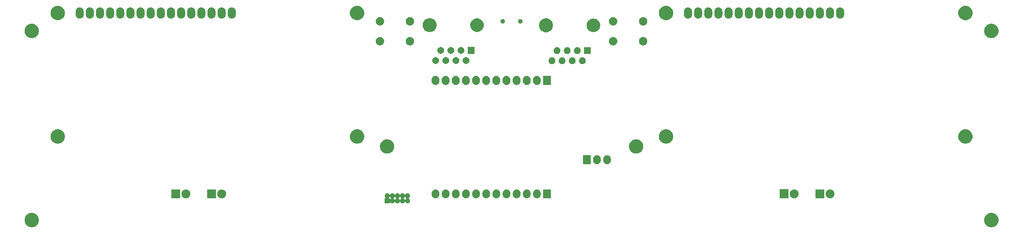
<source format=gbr>
G04 #@! TF.GenerationSoftware,KiCad,Pcbnew,5.0.2-bee76a0~70~ubuntu18.04.1*
G04 #@! TF.CreationDate,2019-03-18T11:53:55+01:00*
G04 #@! TF.ProjectId,footswitch,666f6f74-7377-4697-9463-682e6b696361,rev?*
G04 #@! TF.SameCoordinates,PX1ae5c80PY3d0c318*
G04 #@! TF.FileFunction,Soldermask,Bot*
G04 #@! TF.FilePolarity,Negative*
%FSLAX46Y46*%
G04 Gerber Fmt 4.6, Leading zero omitted, Abs format (unit mm)*
G04 Created by KiCad (PCBNEW 5.0.2-bee76a0~70~ubuntu18.04.1) date Mon 18 Mar 2019 11:53:55 AM CET*
%MOMM*%
%LPD*%
G01*
G04 APERTURE LIST*
%ADD10C,0.100000*%
G04 APERTURE END LIST*
D10*
G36*
X240809962Y-45741575D02*
X240925881Y-45764633D01*
X241253460Y-45900321D01*
X241544351Y-46094688D01*
X241548276Y-46097311D01*
X241798989Y-46348024D01*
X241995980Y-46642842D01*
X242131667Y-46970420D01*
X242200840Y-47318174D01*
X242200840Y-47672746D01*
X242131667Y-48020500D01*
X241995980Y-48348078D01*
X241798989Y-48642896D01*
X241548276Y-48893609D01*
X241548273Y-48893611D01*
X241253460Y-49090599D01*
X240925881Y-49226287D01*
X240809962Y-49249345D01*
X240578126Y-49295460D01*
X240223554Y-49295460D01*
X239991718Y-49249345D01*
X239875799Y-49226287D01*
X239548220Y-49090599D01*
X239253407Y-48893611D01*
X239253404Y-48893609D01*
X239002691Y-48642896D01*
X238805700Y-48348078D01*
X238670013Y-48020500D01*
X238600840Y-47672746D01*
X238600840Y-47318174D01*
X238670013Y-46970420D01*
X238805700Y-46642842D01*
X239002691Y-46348024D01*
X239253404Y-46097311D01*
X239257329Y-46094688D01*
X239548220Y-45900321D01*
X239875799Y-45764633D01*
X239991718Y-45741575D01*
X240223554Y-45695460D01*
X240578126Y-45695460D01*
X240809962Y-45741575D01*
X240809962Y-45741575D01*
G37*
G36*
X411662Y-45741575D02*
X527581Y-45764633D01*
X855160Y-45900321D01*
X1146051Y-46094688D01*
X1149976Y-46097311D01*
X1400689Y-46348024D01*
X1597680Y-46642842D01*
X1733367Y-46970420D01*
X1802540Y-47318174D01*
X1802540Y-47672746D01*
X1733367Y-48020500D01*
X1597680Y-48348078D01*
X1400689Y-48642896D01*
X1149976Y-48893609D01*
X1149973Y-48893611D01*
X855160Y-49090599D01*
X527581Y-49226287D01*
X411662Y-49249345D01*
X179826Y-49295460D01*
X-174746Y-49295460D01*
X-406582Y-49249345D01*
X-522501Y-49226287D01*
X-850080Y-49090599D01*
X-1144893Y-48893611D01*
X-1144896Y-48893609D01*
X-1395609Y-48642896D01*
X-1592600Y-48348078D01*
X-1728287Y-48020500D01*
X-1797460Y-47672746D01*
X-1797460Y-47318174D01*
X-1728287Y-46970420D01*
X-1592600Y-46642842D01*
X-1395609Y-46348024D01*
X-1144896Y-46097311D01*
X-1140971Y-46094688D01*
X-850080Y-45900321D01*
X-522501Y-45764633D01*
X-406582Y-45741575D01*
X-174746Y-45695460D01*
X179826Y-45695460D01*
X411662Y-45741575D01*
X411662Y-45741575D01*
G37*
G36*
X89244863Y-40775618D02*
X89244865Y-40775619D01*
X89244866Y-40775619D01*
X89358608Y-40822732D01*
X89358609Y-40822733D01*
X89460977Y-40891133D01*
X89548027Y-40978183D01*
X89593626Y-41046427D01*
X89609171Y-41065369D01*
X89628113Y-41080915D01*
X89649724Y-41092466D01*
X89673173Y-41099579D01*
X89697560Y-41101981D01*
X89721946Y-41099579D01*
X89745395Y-41092466D01*
X89767006Y-41080915D01*
X89785948Y-41065370D01*
X89801494Y-41046427D01*
X89847093Y-40978183D01*
X89934143Y-40891133D01*
X90036511Y-40822733D01*
X90036512Y-40822732D01*
X90150254Y-40775619D01*
X90150255Y-40775619D01*
X90150257Y-40775618D01*
X90271001Y-40751600D01*
X90394119Y-40751600D01*
X90514863Y-40775618D01*
X90514865Y-40775619D01*
X90514866Y-40775619D01*
X90628608Y-40822732D01*
X90628609Y-40822733D01*
X90730977Y-40891133D01*
X90818027Y-40978183D01*
X90863626Y-41046427D01*
X90879171Y-41065369D01*
X90898113Y-41080915D01*
X90919724Y-41092466D01*
X90943173Y-41099579D01*
X90967560Y-41101981D01*
X90991946Y-41099579D01*
X91015395Y-41092466D01*
X91037006Y-41080915D01*
X91055948Y-41065370D01*
X91071494Y-41046427D01*
X91117093Y-40978183D01*
X91204143Y-40891133D01*
X91306511Y-40822733D01*
X91306512Y-40822732D01*
X91420254Y-40775619D01*
X91420255Y-40775619D01*
X91420257Y-40775618D01*
X91541001Y-40751600D01*
X91664119Y-40751600D01*
X91784863Y-40775618D01*
X91784865Y-40775619D01*
X91784866Y-40775619D01*
X91898608Y-40822732D01*
X91898609Y-40822733D01*
X92000977Y-40891133D01*
X92088027Y-40978183D01*
X92133626Y-41046427D01*
X92149171Y-41065369D01*
X92168113Y-41080915D01*
X92189724Y-41092466D01*
X92213173Y-41099579D01*
X92237560Y-41101981D01*
X92261946Y-41099579D01*
X92285395Y-41092466D01*
X92307006Y-41080915D01*
X92325948Y-41065370D01*
X92341494Y-41046427D01*
X92387093Y-40978183D01*
X92474143Y-40891133D01*
X92576511Y-40822733D01*
X92576512Y-40822732D01*
X92690254Y-40775619D01*
X92690255Y-40775619D01*
X92690257Y-40775618D01*
X92811001Y-40751600D01*
X92934119Y-40751600D01*
X93054863Y-40775618D01*
X93054865Y-40775619D01*
X93054866Y-40775619D01*
X93168608Y-40822732D01*
X93168609Y-40822733D01*
X93270977Y-40891133D01*
X93358027Y-40978183D01*
X93403626Y-41046427D01*
X93419171Y-41065369D01*
X93438113Y-41080915D01*
X93459724Y-41092466D01*
X93483173Y-41099579D01*
X93507560Y-41101981D01*
X93531946Y-41099579D01*
X93555395Y-41092466D01*
X93577006Y-41080915D01*
X93595948Y-41065370D01*
X93611494Y-41046427D01*
X93657093Y-40978183D01*
X93744143Y-40891133D01*
X93846511Y-40822733D01*
X93846512Y-40822732D01*
X93960254Y-40775619D01*
X93960255Y-40775619D01*
X93960257Y-40775618D01*
X94081001Y-40751600D01*
X94204119Y-40751600D01*
X94324863Y-40775618D01*
X94324865Y-40775619D01*
X94324866Y-40775619D01*
X94438608Y-40822732D01*
X94438609Y-40822733D01*
X94540977Y-40891133D01*
X94628027Y-40978183D01*
X94628029Y-40978186D01*
X94696428Y-41080552D01*
X94743541Y-41194294D01*
X94743542Y-41194297D01*
X94753214Y-41242920D01*
X94767560Y-41315043D01*
X94767560Y-41438157D01*
X94743541Y-41558906D01*
X94696428Y-41672648D01*
X94686283Y-41687831D01*
X94628027Y-41775017D01*
X94540977Y-41862067D01*
X94472733Y-41907666D01*
X94453791Y-41923211D01*
X94438245Y-41942153D01*
X94426694Y-41963764D01*
X94419581Y-41987213D01*
X94417179Y-42011600D01*
X94419581Y-42035986D01*
X94426694Y-42059435D01*
X94438245Y-42081046D01*
X94453790Y-42099988D01*
X94472733Y-42115534D01*
X94540977Y-42161133D01*
X94628027Y-42248183D01*
X94628029Y-42248186D01*
X94696428Y-42350552D01*
X94743541Y-42464294D01*
X94767560Y-42585043D01*
X94767560Y-42708157D01*
X94743541Y-42828906D01*
X94696428Y-42942648D01*
X94686283Y-42957831D01*
X94628027Y-43045017D01*
X94540977Y-43132067D01*
X94540974Y-43132069D01*
X94438608Y-43200468D01*
X94324866Y-43247581D01*
X94324865Y-43247581D01*
X94324863Y-43247582D01*
X94204119Y-43271600D01*
X94081001Y-43271600D01*
X93960257Y-43247582D01*
X93960255Y-43247581D01*
X93960254Y-43247581D01*
X93846512Y-43200468D01*
X93744146Y-43132069D01*
X93744143Y-43132067D01*
X93657093Y-43045017D01*
X93611494Y-42976773D01*
X93595949Y-42957831D01*
X93577007Y-42942285D01*
X93555396Y-42930734D01*
X93531947Y-42923621D01*
X93507560Y-42921219D01*
X93483174Y-42923621D01*
X93459725Y-42930734D01*
X93438114Y-42942285D01*
X93419172Y-42957830D01*
X93403626Y-42976773D01*
X93358027Y-43045017D01*
X93270977Y-43132067D01*
X93270974Y-43132069D01*
X93168608Y-43200468D01*
X93054866Y-43247581D01*
X93054865Y-43247581D01*
X93054863Y-43247582D01*
X92934119Y-43271600D01*
X92811001Y-43271600D01*
X92690257Y-43247582D01*
X92690255Y-43247581D01*
X92690254Y-43247581D01*
X92576512Y-43200468D01*
X92474146Y-43132069D01*
X92474143Y-43132067D01*
X92387093Y-43045017D01*
X92341494Y-42976773D01*
X92325949Y-42957831D01*
X92307007Y-42942285D01*
X92285396Y-42930734D01*
X92261947Y-42923621D01*
X92237560Y-42921219D01*
X92213174Y-42923621D01*
X92189725Y-42930734D01*
X92168114Y-42942285D01*
X92149172Y-42957830D01*
X92133626Y-42976773D01*
X92088027Y-43045017D01*
X92000977Y-43132067D01*
X92000974Y-43132069D01*
X91898608Y-43200468D01*
X91784866Y-43247581D01*
X91784865Y-43247581D01*
X91784863Y-43247582D01*
X91664119Y-43271600D01*
X91541001Y-43271600D01*
X91420257Y-43247582D01*
X91420255Y-43247581D01*
X91420254Y-43247581D01*
X91306512Y-43200468D01*
X91204146Y-43132069D01*
X91204143Y-43132067D01*
X91117093Y-43045017D01*
X91071494Y-42976773D01*
X91055949Y-42957831D01*
X91037007Y-42942285D01*
X91015396Y-42930734D01*
X90991947Y-42923621D01*
X90967560Y-42921219D01*
X90943174Y-42923621D01*
X90919725Y-42930734D01*
X90898114Y-42942285D01*
X90879172Y-42957830D01*
X90863626Y-42976773D01*
X90818027Y-43045017D01*
X90730977Y-43132067D01*
X90730974Y-43132069D01*
X90628608Y-43200468D01*
X90514866Y-43247581D01*
X90514865Y-43247581D01*
X90514863Y-43247582D01*
X90394119Y-43271600D01*
X90271001Y-43271600D01*
X90150257Y-43247582D01*
X90150255Y-43247581D01*
X90150254Y-43247581D01*
X90036512Y-43200468D01*
X89934146Y-43132069D01*
X89934143Y-43132067D01*
X89900948Y-43098872D01*
X89882006Y-43083326D01*
X89860395Y-43071775D01*
X89836946Y-43064662D01*
X89812560Y-43062260D01*
X89788174Y-43064662D01*
X89764725Y-43071775D01*
X89743114Y-43083326D01*
X89724172Y-43098872D01*
X89708626Y-43117814D01*
X89697075Y-43139425D01*
X89689962Y-43162874D01*
X89687560Y-43187260D01*
X89687560Y-43271600D01*
X88437560Y-43271600D01*
X88437560Y-42021600D01*
X88521900Y-42021600D01*
X88546286Y-42019198D01*
X88569735Y-42012085D01*
X88591346Y-42000534D01*
X88610288Y-41984988D01*
X88625834Y-41966046D01*
X88637385Y-41944435D01*
X88644498Y-41920986D01*
X88646900Y-41896600D01*
X89478220Y-41896600D01*
X89480622Y-41920986D01*
X89487735Y-41944435D01*
X89499286Y-41966046D01*
X89514832Y-41984988D01*
X89533774Y-42000534D01*
X89555385Y-42012085D01*
X89578834Y-42019198D01*
X89603220Y-42021600D01*
X89687560Y-42021600D01*
X89687560Y-42105940D01*
X89689962Y-42130326D01*
X89697075Y-42153775D01*
X89708626Y-42175386D01*
X89724172Y-42194328D01*
X89743114Y-42209874D01*
X89764725Y-42221425D01*
X89788174Y-42228538D01*
X89812560Y-42230940D01*
X89836946Y-42228538D01*
X89860395Y-42221425D01*
X89882006Y-42209874D01*
X89900948Y-42194328D01*
X89934143Y-42161133D01*
X90002387Y-42115534D01*
X90021329Y-42099989D01*
X90036875Y-42081047D01*
X90048426Y-42059436D01*
X90055539Y-42035987D01*
X90057941Y-42011600D01*
X90607179Y-42011600D01*
X90609581Y-42035986D01*
X90616694Y-42059435D01*
X90628245Y-42081046D01*
X90643790Y-42099988D01*
X90662733Y-42115534D01*
X90730977Y-42161133D01*
X90818027Y-42248183D01*
X90863626Y-42316427D01*
X90879171Y-42335369D01*
X90898113Y-42350915D01*
X90919724Y-42362466D01*
X90943173Y-42369579D01*
X90967560Y-42371981D01*
X90991946Y-42369579D01*
X91015395Y-42362466D01*
X91037006Y-42350915D01*
X91055948Y-42335370D01*
X91071494Y-42316427D01*
X91117093Y-42248183D01*
X91204143Y-42161133D01*
X91272387Y-42115534D01*
X91291329Y-42099989D01*
X91306875Y-42081047D01*
X91318426Y-42059436D01*
X91325539Y-42035987D01*
X91327941Y-42011600D01*
X91877179Y-42011600D01*
X91879581Y-42035986D01*
X91886694Y-42059435D01*
X91898245Y-42081046D01*
X91913790Y-42099988D01*
X91932733Y-42115534D01*
X92000977Y-42161133D01*
X92088027Y-42248183D01*
X92133626Y-42316427D01*
X92149171Y-42335369D01*
X92168113Y-42350915D01*
X92189724Y-42362466D01*
X92213173Y-42369579D01*
X92237560Y-42371981D01*
X92261946Y-42369579D01*
X92285395Y-42362466D01*
X92307006Y-42350915D01*
X92325948Y-42335370D01*
X92341494Y-42316427D01*
X92387093Y-42248183D01*
X92474143Y-42161133D01*
X92542387Y-42115534D01*
X92561329Y-42099989D01*
X92576875Y-42081047D01*
X92588426Y-42059436D01*
X92595539Y-42035987D01*
X92597941Y-42011600D01*
X93147179Y-42011600D01*
X93149581Y-42035986D01*
X93156694Y-42059435D01*
X93168245Y-42081046D01*
X93183790Y-42099988D01*
X93202733Y-42115534D01*
X93270977Y-42161133D01*
X93358027Y-42248183D01*
X93403626Y-42316427D01*
X93419171Y-42335369D01*
X93438113Y-42350915D01*
X93459724Y-42362466D01*
X93483173Y-42369579D01*
X93507560Y-42371981D01*
X93531946Y-42369579D01*
X93555395Y-42362466D01*
X93577006Y-42350915D01*
X93595948Y-42335370D01*
X93611494Y-42316427D01*
X93657093Y-42248183D01*
X93744143Y-42161133D01*
X93812387Y-42115534D01*
X93831329Y-42099989D01*
X93846875Y-42081047D01*
X93858426Y-42059436D01*
X93865539Y-42035987D01*
X93867941Y-42011600D01*
X93865539Y-41987214D01*
X93858426Y-41963765D01*
X93846875Y-41942154D01*
X93831330Y-41923212D01*
X93812387Y-41907666D01*
X93744143Y-41862067D01*
X93657093Y-41775017D01*
X93611494Y-41706773D01*
X93595949Y-41687831D01*
X93577007Y-41672285D01*
X93555396Y-41660734D01*
X93531947Y-41653621D01*
X93507560Y-41651219D01*
X93483174Y-41653621D01*
X93459725Y-41660734D01*
X93438114Y-41672285D01*
X93419172Y-41687830D01*
X93403626Y-41706773D01*
X93358027Y-41775017D01*
X93270977Y-41862067D01*
X93202733Y-41907666D01*
X93183791Y-41923211D01*
X93168245Y-41942153D01*
X93156694Y-41963764D01*
X93149581Y-41987213D01*
X93147179Y-42011600D01*
X92597941Y-42011600D01*
X92595539Y-41987214D01*
X92588426Y-41963765D01*
X92576875Y-41942154D01*
X92561330Y-41923212D01*
X92542387Y-41907666D01*
X92474143Y-41862067D01*
X92387093Y-41775017D01*
X92341494Y-41706773D01*
X92325949Y-41687831D01*
X92307007Y-41672285D01*
X92285396Y-41660734D01*
X92261947Y-41653621D01*
X92237560Y-41651219D01*
X92213174Y-41653621D01*
X92189725Y-41660734D01*
X92168114Y-41672285D01*
X92149172Y-41687830D01*
X92133626Y-41706773D01*
X92088027Y-41775017D01*
X92000977Y-41862067D01*
X91932733Y-41907666D01*
X91913791Y-41923211D01*
X91898245Y-41942153D01*
X91886694Y-41963764D01*
X91879581Y-41987213D01*
X91877179Y-42011600D01*
X91327941Y-42011600D01*
X91325539Y-41987214D01*
X91318426Y-41963765D01*
X91306875Y-41942154D01*
X91291330Y-41923212D01*
X91272387Y-41907666D01*
X91204143Y-41862067D01*
X91117093Y-41775017D01*
X91071494Y-41706773D01*
X91055949Y-41687831D01*
X91037007Y-41672285D01*
X91015396Y-41660734D01*
X90991947Y-41653621D01*
X90967560Y-41651219D01*
X90943174Y-41653621D01*
X90919725Y-41660734D01*
X90898114Y-41672285D01*
X90879172Y-41687830D01*
X90863626Y-41706773D01*
X90818027Y-41775017D01*
X90730977Y-41862067D01*
X90662733Y-41907666D01*
X90643791Y-41923211D01*
X90628245Y-41942153D01*
X90616694Y-41963764D01*
X90609581Y-41987213D01*
X90607179Y-42011600D01*
X90057941Y-42011600D01*
X90055539Y-41987214D01*
X90048426Y-41963765D01*
X90036875Y-41942154D01*
X90021330Y-41923212D01*
X90002387Y-41907666D01*
X89934143Y-41862067D01*
X89900948Y-41828872D01*
X89889601Y-41819559D01*
X89880288Y-41808212D01*
X89847093Y-41775017D01*
X89801494Y-41706773D01*
X89785949Y-41687831D01*
X89767007Y-41672285D01*
X89745396Y-41660734D01*
X89721947Y-41653621D01*
X89697560Y-41651219D01*
X89673174Y-41653621D01*
X89649725Y-41660734D01*
X89628114Y-41672285D01*
X89609172Y-41687830D01*
X89593626Y-41706773D01*
X89548027Y-41775017D01*
X89514832Y-41808212D01*
X89499286Y-41827154D01*
X89487735Y-41848765D01*
X89480622Y-41872214D01*
X89478220Y-41896600D01*
X88646900Y-41896600D01*
X88644498Y-41872214D01*
X88637385Y-41848765D01*
X88625834Y-41827154D01*
X88610288Y-41808212D01*
X88577093Y-41775017D01*
X88518837Y-41687831D01*
X88508692Y-41672648D01*
X88461579Y-41558906D01*
X88437560Y-41438157D01*
X88437560Y-41315043D01*
X88451906Y-41242920D01*
X88461578Y-41194297D01*
X88461579Y-41194294D01*
X88508692Y-41080552D01*
X88577091Y-40978186D01*
X88577093Y-40978183D01*
X88664143Y-40891133D01*
X88766511Y-40822733D01*
X88766512Y-40822732D01*
X88880254Y-40775619D01*
X88880255Y-40775619D01*
X88880257Y-40775618D01*
X89001001Y-40751600D01*
X89124119Y-40751600D01*
X89244863Y-40775618D01*
X89244863Y-40775618D01*
G37*
G36*
X126759640Y-39799562D02*
X126941276Y-39854662D01*
X127108680Y-39944141D01*
X127255405Y-40064555D01*
X127375821Y-40211282D01*
X127465298Y-40378683D01*
X127520398Y-40560321D01*
X127534340Y-40701883D01*
X127534340Y-41101358D01*
X127520398Y-41242920D01*
X127465298Y-41424556D01*
X127375819Y-41591960D01*
X127255405Y-41738685D01*
X127108678Y-41859101D01*
X126941277Y-41948578D01*
X126759639Y-42003678D01*
X126570740Y-42022282D01*
X126381840Y-42003678D01*
X126200204Y-41948578D01*
X126188186Y-41942154D01*
X126057337Y-41872214D01*
X126032800Y-41859099D01*
X125886075Y-41738685D01*
X125765659Y-41591958D01*
X125676182Y-41424557D01*
X125621082Y-41242919D01*
X125607140Y-41101357D01*
X125607140Y-40701882D01*
X125621082Y-40560320D01*
X125676182Y-40378684D01*
X125765661Y-40211281D01*
X125886076Y-40064555D01*
X126032801Y-39944141D01*
X126200205Y-39854662D01*
X126381841Y-39799562D01*
X126570740Y-39780958D01*
X126759640Y-39799562D01*
X126759640Y-39799562D01*
G37*
G36*
X124219640Y-39799562D02*
X124401276Y-39854662D01*
X124568680Y-39944141D01*
X124715405Y-40064555D01*
X124835821Y-40211282D01*
X124925298Y-40378683D01*
X124980398Y-40560321D01*
X124994340Y-40701883D01*
X124994340Y-41101358D01*
X124980398Y-41242920D01*
X124925298Y-41424556D01*
X124835819Y-41591960D01*
X124715405Y-41738685D01*
X124568678Y-41859101D01*
X124401277Y-41948578D01*
X124219639Y-42003678D01*
X124030740Y-42022282D01*
X123841840Y-42003678D01*
X123660204Y-41948578D01*
X123648186Y-41942154D01*
X123517337Y-41872214D01*
X123492800Y-41859099D01*
X123346075Y-41738685D01*
X123225659Y-41591958D01*
X123136182Y-41424557D01*
X123081082Y-41242919D01*
X123067140Y-41101357D01*
X123067140Y-40701882D01*
X123081082Y-40560320D01*
X123136182Y-40378684D01*
X123225661Y-40211281D01*
X123346076Y-40064555D01*
X123492801Y-39944141D01*
X123660205Y-39854662D01*
X123841841Y-39799562D01*
X124030740Y-39780958D01*
X124219640Y-39799562D01*
X124219640Y-39799562D01*
G37*
G36*
X121679640Y-39799562D02*
X121861276Y-39854662D01*
X122028680Y-39944141D01*
X122175405Y-40064555D01*
X122295821Y-40211282D01*
X122385298Y-40378683D01*
X122440398Y-40560321D01*
X122454340Y-40701883D01*
X122454340Y-41101358D01*
X122440398Y-41242920D01*
X122385298Y-41424556D01*
X122295819Y-41591960D01*
X122175405Y-41738685D01*
X122028678Y-41859101D01*
X121861277Y-41948578D01*
X121679639Y-42003678D01*
X121490740Y-42022282D01*
X121301840Y-42003678D01*
X121120204Y-41948578D01*
X121108186Y-41942154D01*
X120977337Y-41872214D01*
X120952800Y-41859099D01*
X120806075Y-41738685D01*
X120685659Y-41591958D01*
X120596182Y-41424557D01*
X120541082Y-41242919D01*
X120527140Y-41101357D01*
X120527140Y-40701882D01*
X120541082Y-40560320D01*
X120596182Y-40378684D01*
X120685661Y-40211281D01*
X120806076Y-40064555D01*
X120952801Y-39944141D01*
X121120205Y-39854662D01*
X121301841Y-39799562D01*
X121490740Y-39780958D01*
X121679640Y-39799562D01*
X121679640Y-39799562D01*
G37*
G36*
X103899640Y-39799562D02*
X104081276Y-39854662D01*
X104248680Y-39944141D01*
X104395405Y-40064555D01*
X104515821Y-40211282D01*
X104605298Y-40378683D01*
X104660398Y-40560321D01*
X104674340Y-40701883D01*
X104674340Y-41101358D01*
X104660398Y-41242920D01*
X104605298Y-41424556D01*
X104515819Y-41591960D01*
X104395405Y-41738685D01*
X104248678Y-41859101D01*
X104081277Y-41948578D01*
X103899639Y-42003678D01*
X103710740Y-42022282D01*
X103521840Y-42003678D01*
X103340204Y-41948578D01*
X103328186Y-41942154D01*
X103197337Y-41872214D01*
X103172800Y-41859099D01*
X103026075Y-41738685D01*
X102905659Y-41591958D01*
X102816182Y-41424557D01*
X102761082Y-41242919D01*
X102747140Y-41101357D01*
X102747140Y-40701882D01*
X102761082Y-40560320D01*
X102816182Y-40378684D01*
X102905661Y-40211281D01*
X103026076Y-40064555D01*
X103172801Y-39944141D01*
X103340205Y-39854662D01*
X103521841Y-39799562D01*
X103710740Y-39780958D01*
X103899640Y-39799562D01*
X103899640Y-39799562D01*
G37*
G36*
X119139640Y-39799562D02*
X119321276Y-39854662D01*
X119488680Y-39944141D01*
X119635405Y-40064555D01*
X119755821Y-40211282D01*
X119845298Y-40378683D01*
X119900398Y-40560321D01*
X119914340Y-40701883D01*
X119914340Y-41101358D01*
X119900398Y-41242920D01*
X119845298Y-41424556D01*
X119755819Y-41591960D01*
X119635405Y-41738685D01*
X119488678Y-41859101D01*
X119321277Y-41948578D01*
X119139639Y-42003678D01*
X118950740Y-42022282D01*
X118761840Y-42003678D01*
X118580204Y-41948578D01*
X118568186Y-41942154D01*
X118437337Y-41872214D01*
X118412800Y-41859099D01*
X118266075Y-41738685D01*
X118145659Y-41591958D01*
X118056182Y-41424557D01*
X118001082Y-41242919D01*
X117987140Y-41101357D01*
X117987140Y-40701882D01*
X118001082Y-40560320D01*
X118056182Y-40378684D01*
X118145661Y-40211281D01*
X118266076Y-40064555D01*
X118412801Y-39944141D01*
X118580205Y-39854662D01*
X118761841Y-39799562D01*
X118950740Y-39780958D01*
X119139640Y-39799562D01*
X119139640Y-39799562D01*
G37*
G36*
X116599640Y-39799562D02*
X116781276Y-39854662D01*
X116948680Y-39944141D01*
X117095405Y-40064555D01*
X117215821Y-40211282D01*
X117305298Y-40378683D01*
X117360398Y-40560321D01*
X117374340Y-40701883D01*
X117374340Y-41101358D01*
X117360398Y-41242920D01*
X117305298Y-41424556D01*
X117215819Y-41591960D01*
X117095405Y-41738685D01*
X116948678Y-41859101D01*
X116781277Y-41948578D01*
X116599639Y-42003678D01*
X116410740Y-42022282D01*
X116221840Y-42003678D01*
X116040204Y-41948578D01*
X116028186Y-41942154D01*
X115897337Y-41872214D01*
X115872800Y-41859099D01*
X115726075Y-41738685D01*
X115605659Y-41591958D01*
X115516182Y-41424557D01*
X115461082Y-41242919D01*
X115447140Y-41101357D01*
X115447140Y-40701882D01*
X115461082Y-40560320D01*
X115516182Y-40378684D01*
X115605661Y-40211281D01*
X115726076Y-40064555D01*
X115872801Y-39944141D01*
X116040205Y-39854662D01*
X116221841Y-39799562D01*
X116410740Y-39780958D01*
X116599640Y-39799562D01*
X116599640Y-39799562D01*
G37*
G36*
X114059640Y-39799562D02*
X114241276Y-39854662D01*
X114408680Y-39944141D01*
X114555405Y-40064555D01*
X114675821Y-40211282D01*
X114765298Y-40378683D01*
X114820398Y-40560321D01*
X114834340Y-40701883D01*
X114834340Y-41101358D01*
X114820398Y-41242920D01*
X114765298Y-41424556D01*
X114675819Y-41591960D01*
X114555405Y-41738685D01*
X114408678Y-41859101D01*
X114241277Y-41948578D01*
X114059639Y-42003678D01*
X113870740Y-42022282D01*
X113681840Y-42003678D01*
X113500204Y-41948578D01*
X113488186Y-41942154D01*
X113357337Y-41872214D01*
X113332800Y-41859099D01*
X113186075Y-41738685D01*
X113065659Y-41591958D01*
X112976182Y-41424557D01*
X112921082Y-41242919D01*
X112907140Y-41101357D01*
X112907140Y-40701882D01*
X112921082Y-40560320D01*
X112976182Y-40378684D01*
X113065661Y-40211281D01*
X113186076Y-40064555D01*
X113332801Y-39944141D01*
X113500205Y-39854662D01*
X113681841Y-39799562D01*
X113870740Y-39780958D01*
X114059640Y-39799562D01*
X114059640Y-39799562D01*
G37*
G36*
X111519640Y-39799562D02*
X111701276Y-39854662D01*
X111868680Y-39944141D01*
X112015405Y-40064555D01*
X112135821Y-40211282D01*
X112225298Y-40378683D01*
X112280398Y-40560321D01*
X112294340Y-40701883D01*
X112294340Y-41101358D01*
X112280398Y-41242920D01*
X112225298Y-41424556D01*
X112135819Y-41591960D01*
X112015405Y-41738685D01*
X111868678Y-41859101D01*
X111701277Y-41948578D01*
X111519639Y-42003678D01*
X111330740Y-42022282D01*
X111141840Y-42003678D01*
X110960204Y-41948578D01*
X110948186Y-41942154D01*
X110817337Y-41872214D01*
X110792800Y-41859099D01*
X110646075Y-41738685D01*
X110525659Y-41591958D01*
X110436182Y-41424557D01*
X110381082Y-41242919D01*
X110367140Y-41101357D01*
X110367140Y-40701882D01*
X110381082Y-40560320D01*
X110436182Y-40378684D01*
X110525661Y-40211281D01*
X110646076Y-40064555D01*
X110792801Y-39944141D01*
X110960205Y-39854662D01*
X111141841Y-39799562D01*
X111330740Y-39780958D01*
X111519640Y-39799562D01*
X111519640Y-39799562D01*
G37*
G36*
X108979640Y-39799562D02*
X109161276Y-39854662D01*
X109328680Y-39944141D01*
X109475405Y-40064555D01*
X109595821Y-40211282D01*
X109685298Y-40378683D01*
X109740398Y-40560321D01*
X109754340Y-40701883D01*
X109754340Y-41101358D01*
X109740398Y-41242920D01*
X109685298Y-41424556D01*
X109595819Y-41591960D01*
X109475405Y-41738685D01*
X109328678Y-41859101D01*
X109161277Y-41948578D01*
X108979639Y-42003678D01*
X108790740Y-42022282D01*
X108601840Y-42003678D01*
X108420204Y-41948578D01*
X108408186Y-41942154D01*
X108277337Y-41872214D01*
X108252800Y-41859099D01*
X108106075Y-41738685D01*
X107985659Y-41591958D01*
X107896182Y-41424557D01*
X107841082Y-41242919D01*
X107827140Y-41101357D01*
X107827140Y-40701882D01*
X107841082Y-40560320D01*
X107896182Y-40378684D01*
X107985661Y-40211281D01*
X108106076Y-40064555D01*
X108252801Y-39944141D01*
X108420205Y-39854662D01*
X108601841Y-39799562D01*
X108790740Y-39780958D01*
X108979640Y-39799562D01*
X108979640Y-39799562D01*
G37*
G36*
X106439640Y-39799562D02*
X106621276Y-39854662D01*
X106788680Y-39944141D01*
X106935405Y-40064555D01*
X107055821Y-40211282D01*
X107145298Y-40378683D01*
X107200398Y-40560321D01*
X107214340Y-40701883D01*
X107214340Y-41101358D01*
X107200398Y-41242920D01*
X107145298Y-41424556D01*
X107055819Y-41591960D01*
X106935405Y-41738685D01*
X106788678Y-41859101D01*
X106621277Y-41948578D01*
X106439639Y-42003678D01*
X106250740Y-42022282D01*
X106061840Y-42003678D01*
X105880204Y-41948578D01*
X105868186Y-41942154D01*
X105737337Y-41872214D01*
X105712800Y-41859099D01*
X105566075Y-41738685D01*
X105445659Y-41591958D01*
X105356182Y-41424557D01*
X105301082Y-41242919D01*
X105287140Y-41101357D01*
X105287140Y-40701882D01*
X105301082Y-40560320D01*
X105356182Y-40378684D01*
X105445661Y-40211281D01*
X105566076Y-40064555D01*
X105712801Y-39944141D01*
X105880205Y-39854662D01*
X106061841Y-39799562D01*
X106250740Y-39780958D01*
X106439640Y-39799562D01*
X106439640Y-39799562D01*
G37*
G36*
X101359640Y-39799562D02*
X101541276Y-39854662D01*
X101708680Y-39944141D01*
X101855405Y-40064555D01*
X101975821Y-40211282D01*
X102065298Y-40378683D01*
X102120398Y-40560321D01*
X102134340Y-40701883D01*
X102134340Y-41101358D01*
X102120398Y-41242920D01*
X102065298Y-41424556D01*
X101975819Y-41591960D01*
X101855405Y-41738685D01*
X101708678Y-41859101D01*
X101541277Y-41948578D01*
X101359639Y-42003678D01*
X101170740Y-42022282D01*
X100981840Y-42003678D01*
X100800204Y-41948578D01*
X100788186Y-41942154D01*
X100657337Y-41872214D01*
X100632800Y-41859099D01*
X100486075Y-41738685D01*
X100365659Y-41591958D01*
X100276182Y-41424557D01*
X100221082Y-41242919D01*
X100207140Y-41101357D01*
X100207140Y-40701882D01*
X100221082Y-40560320D01*
X100276182Y-40378684D01*
X100365661Y-40211281D01*
X100486076Y-40064555D01*
X100632801Y-39944141D01*
X100800205Y-39854662D01*
X100981841Y-39799562D01*
X101170740Y-39780958D01*
X101359640Y-39799562D01*
X101359640Y-39799562D01*
G37*
G36*
X38703229Y-39788850D02*
X38834394Y-39801768D01*
X39044761Y-39865582D01*
X39092587Y-39891145D01*
X39238636Y-39969210D01*
X39408569Y-40108671D01*
X39548030Y-40278604D01*
X39626095Y-40424653D01*
X39651658Y-40472479D01*
X39715472Y-40682846D01*
X39737019Y-40901620D01*
X39715472Y-41120394D01*
X39651658Y-41330761D01*
X39651655Y-41330766D01*
X39548030Y-41524636D01*
X39408569Y-41694569D01*
X39238636Y-41834030D01*
X39121575Y-41896600D01*
X39044761Y-41937658D01*
X38834394Y-42001472D01*
X38703229Y-42014390D01*
X38670439Y-42017620D01*
X38560801Y-42017620D01*
X38528011Y-42014390D01*
X38396846Y-42001472D01*
X38186479Y-41937658D01*
X38109665Y-41896600D01*
X37992604Y-41834030D01*
X37822671Y-41694569D01*
X37683210Y-41524636D01*
X37579585Y-41330766D01*
X37579582Y-41330761D01*
X37515768Y-41120394D01*
X37494221Y-40901620D01*
X37515768Y-40682846D01*
X37579582Y-40472479D01*
X37605145Y-40424653D01*
X37683210Y-40278604D01*
X37822671Y-40108671D01*
X37992604Y-39969210D01*
X38138653Y-39891145D01*
X38186479Y-39865582D01*
X38396846Y-39801768D01*
X38528011Y-39788850D01*
X38560801Y-39785620D01*
X38670439Y-39785620D01*
X38703229Y-39788850D01*
X38703229Y-39788850D01*
G37*
G36*
X130074340Y-42017620D02*
X128147140Y-42017620D01*
X128147140Y-39785620D01*
X130074340Y-39785620D01*
X130074340Y-42017620D01*
X130074340Y-42017620D01*
G37*
G36*
X37191620Y-42017620D02*
X34959620Y-42017620D01*
X34959620Y-39785620D01*
X37191620Y-39785620D01*
X37191620Y-42017620D01*
X37191620Y-42017620D01*
G37*
G36*
X46152740Y-42017620D02*
X43920740Y-42017620D01*
X43920740Y-39785620D01*
X46152740Y-39785620D01*
X46152740Y-42017620D01*
X46152740Y-42017620D01*
G37*
G36*
X191098149Y-39788850D02*
X191229314Y-39801768D01*
X191439681Y-39865582D01*
X191487507Y-39891145D01*
X191633556Y-39969210D01*
X191803489Y-40108671D01*
X191942950Y-40278604D01*
X192021015Y-40424653D01*
X192046578Y-40472479D01*
X192110392Y-40682846D01*
X192131939Y-40901620D01*
X192110392Y-41120394D01*
X192046578Y-41330761D01*
X192046575Y-41330766D01*
X191942950Y-41524636D01*
X191803489Y-41694569D01*
X191633556Y-41834030D01*
X191516495Y-41896600D01*
X191439681Y-41937658D01*
X191229314Y-42001472D01*
X191098149Y-42014390D01*
X191065359Y-42017620D01*
X190955721Y-42017620D01*
X190922931Y-42014390D01*
X190791766Y-42001472D01*
X190581399Y-41937658D01*
X190504585Y-41896600D01*
X190387524Y-41834030D01*
X190217591Y-41694569D01*
X190078130Y-41524636D01*
X189974505Y-41330766D01*
X189974502Y-41330761D01*
X189910688Y-41120394D01*
X189889141Y-40901620D01*
X189910688Y-40682846D01*
X189974502Y-40472479D01*
X190000065Y-40424653D01*
X190078130Y-40278604D01*
X190217591Y-40108671D01*
X190387524Y-39969210D01*
X190533573Y-39891145D01*
X190581399Y-39865582D01*
X190791766Y-39801768D01*
X190922931Y-39788850D01*
X190955721Y-39785620D01*
X191065359Y-39785620D01*
X191098149Y-39788850D01*
X191098149Y-39788850D01*
G37*
G36*
X47664349Y-39788850D02*
X47795514Y-39801768D01*
X48005881Y-39865582D01*
X48053707Y-39891145D01*
X48199756Y-39969210D01*
X48369689Y-40108671D01*
X48509150Y-40278604D01*
X48587215Y-40424653D01*
X48612778Y-40472479D01*
X48676592Y-40682846D01*
X48698139Y-40901620D01*
X48676592Y-41120394D01*
X48612778Y-41330761D01*
X48612775Y-41330766D01*
X48509150Y-41524636D01*
X48369689Y-41694569D01*
X48199756Y-41834030D01*
X48082695Y-41896600D01*
X48005881Y-41937658D01*
X47795514Y-42001472D01*
X47664349Y-42014390D01*
X47631559Y-42017620D01*
X47521921Y-42017620D01*
X47489131Y-42014390D01*
X47357966Y-42001472D01*
X47147599Y-41937658D01*
X47070785Y-41896600D01*
X46953724Y-41834030D01*
X46783791Y-41694569D01*
X46644330Y-41524636D01*
X46540705Y-41330766D01*
X46540702Y-41330761D01*
X46476888Y-41120394D01*
X46455341Y-40901620D01*
X46476888Y-40682846D01*
X46540702Y-40472479D01*
X46566265Y-40424653D01*
X46644330Y-40278604D01*
X46783791Y-40108671D01*
X46953724Y-39969210D01*
X47099773Y-39891145D01*
X47147599Y-39865582D01*
X47357966Y-39801768D01*
X47489131Y-39788850D01*
X47521921Y-39785620D01*
X47631559Y-39785620D01*
X47664349Y-39788850D01*
X47664349Y-39788850D01*
G37*
G36*
X198557820Y-42017620D02*
X196325820Y-42017620D01*
X196325820Y-39785620D01*
X198557820Y-39785620D01*
X198557820Y-42017620D01*
X198557820Y-42017620D01*
G37*
G36*
X200069429Y-39788850D02*
X200200594Y-39801768D01*
X200410961Y-39865582D01*
X200458787Y-39891145D01*
X200604836Y-39969210D01*
X200774769Y-40108671D01*
X200914230Y-40278604D01*
X200992295Y-40424653D01*
X201017858Y-40472479D01*
X201081672Y-40682846D01*
X201103219Y-40901620D01*
X201081672Y-41120394D01*
X201017858Y-41330761D01*
X201017855Y-41330766D01*
X200914230Y-41524636D01*
X200774769Y-41694569D01*
X200604836Y-41834030D01*
X200487775Y-41896600D01*
X200410961Y-41937658D01*
X200200594Y-42001472D01*
X200069429Y-42014390D01*
X200036639Y-42017620D01*
X199927001Y-42017620D01*
X199894211Y-42014390D01*
X199763046Y-42001472D01*
X199552679Y-41937658D01*
X199475865Y-41896600D01*
X199358804Y-41834030D01*
X199188871Y-41694569D01*
X199049410Y-41524636D01*
X198945785Y-41330766D01*
X198945782Y-41330761D01*
X198881968Y-41120394D01*
X198860421Y-40901620D01*
X198881968Y-40682846D01*
X198945782Y-40472479D01*
X198971345Y-40424653D01*
X199049410Y-40278604D01*
X199188871Y-40108671D01*
X199358804Y-39969210D01*
X199504853Y-39891145D01*
X199552679Y-39865582D01*
X199763046Y-39801768D01*
X199894211Y-39788850D01*
X199927001Y-39785620D01*
X200036639Y-39785620D01*
X200069429Y-39788850D01*
X200069429Y-39788850D01*
G37*
G36*
X189586540Y-42004920D02*
X187354540Y-42004920D01*
X187354540Y-39772920D01*
X189586540Y-39772920D01*
X189586540Y-42004920D01*
X189586540Y-42004920D01*
G37*
G36*
X144314739Y-31224862D02*
X144496377Y-31279962D01*
X144663778Y-31369439D01*
X144810505Y-31489855D01*
X144930919Y-31636580D01*
X145020398Y-31803984D01*
X145075498Y-31985620D01*
X145089440Y-32127182D01*
X145089440Y-32526657D01*
X145075498Y-32668219D01*
X145020398Y-32849857D01*
X144930921Y-33017258D01*
X144810505Y-33163985D01*
X144663780Y-33284399D01*
X144496376Y-33373878D01*
X144314740Y-33428978D01*
X144125840Y-33447582D01*
X143936941Y-33428978D01*
X143755305Y-33373878D01*
X143587901Y-33284399D01*
X143441176Y-33163985D01*
X143320761Y-33017259D01*
X143231282Y-32849856D01*
X143176182Y-32668220D01*
X143162240Y-32526658D01*
X143162240Y-32127183D01*
X143176182Y-31985621D01*
X143231282Y-31803983D01*
X143320759Y-31636582D01*
X143441175Y-31489855D01*
X143587900Y-31369441D01*
X143755304Y-31279962D01*
X143936940Y-31224862D01*
X144125840Y-31206258D01*
X144314739Y-31224862D01*
X144314739Y-31224862D01*
G37*
G36*
X141774739Y-31224862D02*
X141956377Y-31279962D01*
X142123778Y-31369439D01*
X142270505Y-31489855D01*
X142390919Y-31636580D01*
X142480398Y-31803984D01*
X142535498Y-31985620D01*
X142549440Y-32127182D01*
X142549440Y-32526657D01*
X142535498Y-32668219D01*
X142480398Y-32849857D01*
X142390921Y-33017258D01*
X142270505Y-33163985D01*
X142123780Y-33284399D01*
X141956376Y-33373878D01*
X141774740Y-33428978D01*
X141585840Y-33447582D01*
X141396941Y-33428978D01*
X141215305Y-33373878D01*
X141047901Y-33284399D01*
X140901176Y-33163985D01*
X140780761Y-33017259D01*
X140691282Y-32849856D01*
X140636182Y-32668220D01*
X140622240Y-32526658D01*
X140622240Y-32127183D01*
X140636182Y-31985621D01*
X140691282Y-31803983D01*
X140780759Y-31636582D01*
X140901175Y-31489855D01*
X141047900Y-31369441D01*
X141215304Y-31279962D01*
X141396940Y-31224862D01*
X141585840Y-31206258D01*
X141774739Y-31224862D01*
X141774739Y-31224862D01*
G37*
G36*
X140009440Y-33442920D02*
X138082240Y-33442920D01*
X138082240Y-31210920D01*
X140009440Y-31210920D01*
X140009440Y-33442920D01*
X140009440Y-33442920D01*
G37*
G36*
X89410722Y-27245295D02*
X89526641Y-27268353D01*
X89854220Y-27404041D01*
X90145111Y-27598408D01*
X90149036Y-27601031D01*
X90399749Y-27851744D01*
X90399751Y-27851747D01*
X90596739Y-28146560D01*
X90660222Y-28299820D01*
X90732427Y-28474140D01*
X90801600Y-28821894D01*
X90801600Y-29176466D01*
X90732427Y-29524220D01*
X90596740Y-29851798D01*
X90399749Y-30146616D01*
X90149036Y-30397329D01*
X90149033Y-30397331D01*
X89854220Y-30594319D01*
X89526641Y-30730007D01*
X89410722Y-30753065D01*
X89178886Y-30799180D01*
X88824314Y-30799180D01*
X88592478Y-30753065D01*
X88476559Y-30730007D01*
X88148980Y-30594319D01*
X87854167Y-30397331D01*
X87854164Y-30397329D01*
X87603451Y-30146616D01*
X87406460Y-29851798D01*
X87270773Y-29524220D01*
X87201600Y-29176466D01*
X87201600Y-28821894D01*
X87270773Y-28474140D01*
X87342979Y-28299820D01*
X87406461Y-28146560D01*
X87603449Y-27851747D01*
X87603451Y-27851744D01*
X87854164Y-27601031D01*
X87858089Y-27598408D01*
X88148980Y-27404041D01*
X88476559Y-27268353D01*
X88592478Y-27245295D01*
X88824314Y-27199180D01*
X89178886Y-27199180D01*
X89410722Y-27245295D01*
X89410722Y-27245295D01*
G37*
G36*
X151810902Y-27245295D02*
X151926821Y-27268353D01*
X152254400Y-27404041D01*
X152545291Y-27598408D01*
X152549216Y-27601031D01*
X152799929Y-27851744D01*
X152799931Y-27851747D01*
X152996919Y-28146560D01*
X153060402Y-28299820D01*
X153132607Y-28474140D01*
X153201780Y-28821894D01*
X153201780Y-29176466D01*
X153132607Y-29524220D01*
X152996920Y-29851798D01*
X152799929Y-30146616D01*
X152549216Y-30397329D01*
X152549213Y-30397331D01*
X152254400Y-30594319D01*
X151926821Y-30730007D01*
X151810902Y-30753065D01*
X151579066Y-30799180D01*
X151224494Y-30799180D01*
X150992658Y-30753065D01*
X150876739Y-30730007D01*
X150549160Y-30594319D01*
X150254347Y-30397331D01*
X150254344Y-30397329D01*
X150003631Y-30146616D01*
X149806640Y-29851798D01*
X149670953Y-29524220D01*
X149601780Y-29176466D01*
X149601780Y-28821894D01*
X149670953Y-28474140D01*
X149743159Y-28299820D01*
X149806641Y-28146560D01*
X150003629Y-27851747D01*
X150003631Y-27851744D01*
X150254344Y-27601031D01*
X150258269Y-27598408D01*
X150549160Y-27404041D01*
X150876739Y-27268353D01*
X150992658Y-27245295D01*
X151224494Y-27199180D01*
X151579066Y-27199180D01*
X151810902Y-27245295D01*
X151810902Y-27245295D01*
G37*
G36*
X6914062Y-24745935D02*
X7029981Y-24768993D01*
X7357560Y-24904681D01*
X7648451Y-25099048D01*
X7652376Y-25101671D01*
X7903089Y-25352384D01*
X7903091Y-25352387D01*
X8100079Y-25647200D01*
X8235767Y-25974779D01*
X8304940Y-26322536D01*
X8304940Y-26677104D01*
X8235767Y-27024861D01*
X8139821Y-27256494D01*
X8100080Y-27352438D01*
X7903089Y-27647256D01*
X7652376Y-27897969D01*
X7652373Y-27897971D01*
X7357560Y-28094959D01*
X7029981Y-28230647D01*
X6914062Y-28253705D01*
X6682226Y-28299820D01*
X6327654Y-28299820D01*
X6095818Y-28253705D01*
X5979899Y-28230647D01*
X5652320Y-28094959D01*
X5357507Y-27897971D01*
X5357504Y-27897969D01*
X5106791Y-27647256D01*
X4909800Y-27352438D01*
X4870059Y-27256494D01*
X4774113Y-27024861D01*
X4704940Y-26677104D01*
X4704940Y-26322536D01*
X4774113Y-25974779D01*
X4909801Y-25647200D01*
X5106789Y-25352387D01*
X5106791Y-25352384D01*
X5357504Y-25101671D01*
X5361429Y-25099048D01*
X5652320Y-24904681D01*
X5979899Y-24768993D01*
X6095818Y-24745935D01*
X6327654Y-24699820D01*
X6682226Y-24699820D01*
X6914062Y-24745935D01*
X6914062Y-24745935D01*
G37*
G36*
X81912642Y-24745935D02*
X82028561Y-24768993D01*
X82356140Y-24904681D01*
X82647031Y-25099048D01*
X82650956Y-25101671D01*
X82901669Y-25352384D01*
X82901671Y-25352387D01*
X83098659Y-25647200D01*
X83234347Y-25974779D01*
X83303520Y-26322536D01*
X83303520Y-26677104D01*
X83234347Y-27024861D01*
X83138401Y-27256494D01*
X83098660Y-27352438D01*
X82901669Y-27647256D01*
X82650956Y-27897969D01*
X82650953Y-27897971D01*
X82356140Y-28094959D01*
X82028561Y-28230647D01*
X81912642Y-28253705D01*
X81680806Y-28299820D01*
X81326234Y-28299820D01*
X81094398Y-28253705D01*
X80978479Y-28230647D01*
X80650900Y-28094959D01*
X80356087Y-27897971D01*
X80356084Y-27897969D01*
X80105371Y-27647256D01*
X79908380Y-27352438D01*
X79868639Y-27256494D01*
X79772693Y-27024861D01*
X79703520Y-26677104D01*
X79703520Y-26322536D01*
X79772693Y-25974779D01*
X79908381Y-25647200D01*
X80105369Y-25352387D01*
X80105371Y-25352384D01*
X80356084Y-25101671D01*
X80360009Y-25099048D01*
X80650900Y-24904681D01*
X80978479Y-24768993D01*
X81094398Y-24745935D01*
X81326234Y-24699820D01*
X81680806Y-24699820D01*
X81912642Y-24745935D01*
X81912642Y-24745935D01*
G37*
G36*
X234312642Y-24745935D02*
X234428561Y-24768993D01*
X234756140Y-24904681D01*
X235047031Y-25099048D01*
X235050956Y-25101671D01*
X235301669Y-25352384D01*
X235301671Y-25352387D01*
X235498659Y-25647200D01*
X235634347Y-25974779D01*
X235703520Y-26322536D01*
X235703520Y-26677104D01*
X235634347Y-27024861D01*
X235538401Y-27256494D01*
X235498660Y-27352438D01*
X235301669Y-27647256D01*
X235050956Y-27897969D01*
X235050953Y-27897971D01*
X234756140Y-28094959D01*
X234428561Y-28230647D01*
X234312642Y-28253705D01*
X234080806Y-28299820D01*
X233726234Y-28299820D01*
X233494398Y-28253705D01*
X233378479Y-28230647D01*
X233050900Y-28094959D01*
X232756087Y-27897971D01*
X232756084Y-27897969D01*
X232505371Y-27647256D01*
X232308380Y-27352438D01*
X232268639Y-27256494D01*
X232172693Y-27024861D01*
X232103520Y-26677104D01*
X232103520Y-26322536D01*
X232172693Y-25974779D01*
X232308381Y-25647200D01*
X232505369Y-25352387D01*
X232505371Y-25352384D01*
X232756084Y-25101671D01*
X232760009Y-25099048D01*
X233050900Y-24904681D01*
X233378479Y-24768993D01*
X233494398Y-24745935D01*
X233726234Y-24699820D01*
X234080806Y-24699820D01*
X234312642Y-24745935D01*
X234312642Y-24745935D01*
G37*
G36*
X159314062Y-24745935D02*
X159429981Y-24768993D01*
X159757560Y-24904681D01*
X160048451Y-25099048D01*
X160052376Y-25101671D01*
X160303089Y-25352384D01*
X160303091Y-25352387D01*
X160500079Y-25647200D01*
X160635767Y-25974779D01*
X160704940Y-26322536D01*
X160704940Y-26677104D01*
X160635767Y-27024861D01*
X160539821Y-27256494D01*
X160500080Y-27352438D01*
X160303089Y-27647256D01*
X160052376Y-27897969D01*
X160052373Y-27897971D01*
X159757560Y-28094959D01*
X159429981Y-28230647D01*
X159314062Y-28253705D01*
X159082226Y-28299820D01*
X158727654Y-28299820D01*
X158495818Y-28253705D01*
X158379899Y-28230647D01*
X158052320Y-28094959D01*
X157757507Y-27897971D01*
X157757504Y-27897969D01*
X157506791Y-27647256D01*
X157309800Y-27352438D01*
X157270059Y-27256494D01*
X157174113Y-27024861D01*
X157104940Y-26677104D01*
X157104940Y-26322536D01*
X157174113Y-25974779D01*
X157309801Y-25647200D01*
X157506789Y-25352387D01*
X157506791Y-25352384D01*
X157757504Y-25101671D01*
X157761429Y-25099048D01*
X158052320Y-24904681D01*
X158379899Y-24768993D01*
X158495818Y-24745935D01*
X158727654Y-24699820D01*
X159082226Y-24699820D01*
X159314062Y-24745935D01*
X159314062Y-24745935D01*
G37*
G36*
X111506940Y-11326162D02*
X111688576Y-11381262D01*
X111855980Y-11470741D01*
X112002705Y-11591155D01*
X112123121Y-11737882D01*
X112212598Y-11905283D01*
X112267698Y-12086921D01*
X112281640Y-12228483D01*
X112281640Y-12627958D01*
X112267698Y-12769520D01*
X112212598Y-12951156D01*
X112123119Y-13118560D01*
X112002705Y-13265285D01*
X111855978Y-13385701D01*
X111688577Y-13475178D01*
X111506939Y-13530278D01*
X111318040Y-13548882D01*
X111129140Y-13530278D01*
X110947504Y-13475178D01*
X110780100Y-13385699D01*
X110633375Y-13265285D01*
X110512959Y-13118558D01*
X110423482Y-12951157D01*
X110368382Y-12769519D01*
X110354440Y-12627957D01*
X110354440Y-12228482D01*
X110368382Y-12086920D01*
X110423482Y-11905284D01*
X110512961Y-11737881D01*
X110633376Y-11591155D01*
X110780101Y-11470741D01*
X110947505Y-11381262D01*
X111129141Y-11326162D01*
X111318040Y-11307558D01*
X111506940Y-11326162D01*
X111506940Y-11326162D01*
G37*
G36*
X114046940Y-11326162D02*
X114228576Y-11381262D01*
X114395980Y-11470741D01*
X114542705Y-11591155D01*
X114663121Y-11737882D01*
X114752598Y-11905283D01*
X114807698Y-12086921D01*
X114821640Y-12228483D01*
X114821640Y-12627958D01*
X114807698Y-12769520D01*
X114752598Y-12951156D01*
X114663119Y-13118560D01*
X114542705Y-13265285D01*
X114395978Y-13385701D01*
X114228577Y-13475178D01*
X114046939Y-13530278D01*
X113858040Y-13548882D01*
X113669140Y-13530278D01*
X113487504Y-13475178D01*
X113320100Y-13385699D01*
X113173375Y-13265285D01*
X113052959Y-13118558D01*
X112963482Y-12951157D01*
X112908382Y-12769519D01*
X112894440Y-12627957D01*
X112894440Y-12228482D01*
X112908382Y-12086920D01*
X112963482Y-11905284D01*
X113052961Y-11737881D01*
X113173376Y-11591155D01*
X113320101Y-11470741D01*
X113487505Y-11381262D01*
X113669141Y-11326162D01*
X113858040Y-11307558D01*
X114046940Y-11326162D01*
X114046940Y-11326162D01*
G37*
G36*
X116586940Y-11326162D02*
X116768576Y-11381262D01*
X116935980Y-11470741D01*
X117082705Y-11591155D01*
X117203121Y-11737882D01*
X117292598Y-11905283D01*
X117347698Y-12086921D01*
X117361640Y-12228483D01*
X117361640Y-12627958D01*
X117347698Y-12769520D01*
X117292598Y-12951156D01*
X117203119Y-13118560D01*
X117082705Y-13265285D01*
X116935978Y-13385701D01*
X116768577Y-13475178D01*
X116586939Y-13530278D01*
X116398040Y-13548882D01*
X116209140Y-13530278D01*
X116027504Y-13475178D01*
X115860100Y-13385699D01*
X115713375Y-13265285D01*
X115592959Y-13118558D01*
X115503482Y-12951157D01*
X115448382Y-12769519D01*
X115434440Y-12627957D01*
X115434440Y-12228482D01*
X115448382Y-12086920D01*
X115503482Y-11905284D01*
X115592961Y-11737881D01*
X115713376Y-11591155D01*
X115860101Y-11470741D01*
X116027505Y-11381262D01*
X116209141Y-11326162D01*
X116398040Y-11307558D01*
X116586940Y-11326162D01*
X116586940Y-11326162D01*
G37*
G36*
X119126940Y-11326162D02*
X119308576Y-11381262D01*
X119475980Y-11470741D01*
X119622705Y-11591155D01*
X119743121Y-11737882D01*
X119832598Y-11905283D01*
X119887698Y-12086921D01*
X119901640Y-12228483D01*
X119901640Y-12627958D01*
X119887698Y-12769520D01*
X119832598Y-12951156D01*
X119743119Y-13118560D01*
X119622705Y-13265285D01*
X119475978Y-13385701D01*
X119308577Y-13475178D01*
X119126939Y-13530278D01*
X118938040Y-13548882D01*
X118749140Y-13530278D01*
X118567504Y-13475178D01*
X118400100Y-13385699D01*
X118253375Y-13265285D01*
X118132959Y-13118558D01*
X118043482Y-12951157D01*
X117988382Y-12769519D01*
X117974440Y-12627957D01*
X117974440Y-12228482D01*
X117988382Y-12086920D01*
X118043482Y-11905284D01*
X118132961Y-11737881D01*
X118253376Y-11591155D01*
X118400101Y-11470741D01*
X118567505Y-11381262D01*
X118749141Y-11326162D01*
X118938040Y-11307558D01*
X119126940Y-11326162D01*
X119126940Y-11326162D01*
G37*
G36*
X121666940Y-11326162D02*
X121848576Y-11381262D01*
X122015980Y-11470741D01*
X122162705Y-11591155D01*
X122283121Y-11737882D01*
X122372598Y-11905283D01*
X122427698Y-12086921D01*
X122441640Y-12228483D01*
X122441640Y-12627958D01*
X122427698Y-12769520D01*
X122372598Y-12951156D01*
X122283119Y-13118560D01*
X122162705Y-13265285D01*
X122015978Y-13385701D01*
X121848577Y-13475178D01*
X121666939Y-13530278D01*
X121478040Y-13548882D01*
X121289140Y-13530278D01*
X121107504Y-13475178D01*
X120940100Y-13385699D01*
X120793375Y-13265285D01*
X120672959Y-13118558D01*
X120583482Y-12951157D01*
X120528382Y-12769519D01*
X120514440Y-12627957D01*
X120514440Y-12228482D01*
X120528382Y-12086920D01*
X120583482Y-11905284D01*
X120672961Y-11737881D01*
X120793376Y-11591155D01*
X120940101Y-11470741D01*
X121107505Y-11381262D01*
X121289141Y-11326162D01*
X121478040Y-11307558D01*
X121666940Y-11326162D01*
X121666940Y-11326162D01*
G37*
G36*
X124206940Y-11326162D02*
X124388576Y-11381262D01*
X124555980Y-11470741D01*
X124702705Y-11591155D01*
X124823121Y-11737882D01*
X124912598Y-11905283D01*
X124967698Y-12086921D01*
X124981640Y-12228483D01*
X124981640Y-12627958D01*
X124967698Y-12769520D01*
X124912598Y-12951156D01*
X124823119Y-13118560D01*
X124702705Y-13265285D01*
X124555978Y-13385701D01*
X124388577Y-13475178D01*
X124206939Y-13530278D01*
X124018040Y-13548882D01*
X123829140Y-13530278D01*
X123647504Y-13475178D01*
X123480100Y-13385699D01*
X123333375Y-13265285D01*
X123212959Y-13118558D01*
X123123482Y-12951157D01*
X123068382Y-12769519D01*
X123054440Y-12627957D01*
X123054440Y-12228482D01*
X123068382Y-12086920D01*
X123123482Y-11905284D01*
X123212961Y-11737881D01*
X123333376Y-11591155D01*
X123480101Y-11470741D01*
X123647505Y-11381262D01*
X123829141Y-11326162D01*
X124018040Y-11307558D01*
X124206940Y-11326162D01*
X124206940Y-11326162D01*
G37*
G36*
X126746940Y-11326162D02*
X126928576Y-11381262D01*
X127095980Y-11470741D01*
X127242705Y-11591155D01*
X127363121Y-11737882D01*
X127452598Y-11905283D01*
X127507698Y-12086921D01*
X127521640Y-12228483D01*
X127521640Y-12627958D01*
X127507698Y-12769520D01*
X127452598Y-12951156D01*
X127363119Y-13118560D01*
X127242705Y-13265285D01*
X127095978Y-13385701D01*
X126928577Y-13475178D01*
X126746939Y-13530278D01*
X126558040Y-13548882D01*
X126369140Y-13530278D01*
X126187504Y-13475178D01*
X126020100Y-13385699D01*
X125873375Y-13265285D01*
X125752959Y-13118558D01*
X125663482Y-12951157D01*
X125608382Y-12769519D01*
X125594440Y-12627957D01*
X125594440Y-12228482D01*
X125608382Y-12086920D01*
X125663482Y-11905284D01*
X125752961Y-11737881D01*
X125873376Y-11591155D01*
X126020101Y-11470741D01*
X126187505Y-11381262D01*
X126369141Y-11326162D01*
X126558040Y-11307558D01*
X126746940Y-11326162D01*
X126746940Y-11326162D01*
G37*
G36*
X108966940Y-11326162D02*
X109148576Y-11381262D01*
X109315980Y-11470741D01*
X109462705Y-11591155D01*
X109583121Y-11737882D01*
X109672598Y-11905283D01*
X109727698Y-12086921D01*
X109741640Y-12228483D01*
X109741640Y-12627958D01*
X109727698Y-12769520D01*
X109672598Y-12951156D01*
X109583119Y-13118560D01*
X109462705Y-13265285D01*
X109315978Y-13385701D01*
X109148577Y-13475178D01*
X108966939Y-13530278D01*
X108778040Y-13548882D01*
X108589140Y-13530278D01*
X108407504Y-13475178D01*
X108240100Y-13385699D01*
X108093375Y-13265285D01*
X107972959Y-13118558D01*
X107883482Y-12951157D01*
X107828382Y-12769519D01*
X107814440Y-12627957D01*
X107814440Y-12228482D01*
X107828382Y-12086920D01*
X107883482Y-11905284D01*
X107972961Y-11737881D01*
X108093376Y-11591155D01*
X108240101Y-11470741D01*
X108407505Y-11381262D01*
X108589141Y-11326162D01*
X108778040Y-11307558D01*
X108966940Y-11326162D01*
X108966940Y-11326162D01*
G37*
G36*
X106426940Y-11326162D02*
X106608576Y-11381262D01*
X106775980Y-11470741D01*
X106922705Y-11591155D01*
X107043121Y-11737882D01*
X107132598Y-11905283D01*
X107187698Y-12086921D01*
X107201640Y-12228483D01*
X107201640Y-12627958D01*
X107187698Y-12769520D01*
X107132598Y-12951156D01*
X107043119Y-13118560D01*
X106922705Y-13265285D01*
X106775978Y-13385701D01*
X106608577Y-13475178D01*
X106426939Y-13530278D01*
X106238040Y-13548882D01*
X106049140Y-13530278D01*
X105867504Y-13475178D01*
X105700100Y-13385699D01*
X105553375Y-13265285D01*
X105432959Y-13118558D01*
X105343482Y-12951157D01*
X105288382Y-12769519D01*
X105274440Y-12627957D01*
X105274440Y-12228482D01*
X105288382Y-12086920D01*
X105343482Y-11905284D01*
X105432961Y-11737881D01*
X105553376Y-11591155D01*
X105700101Y-11470741D01*
X105867505Y-11381262D01*
X106049141Y-11326162D01*
X106238040Y-11307558D01*
X106426940Y-11326162D01*
X106426940Y-11326162D01*
G37*
G36*
X103886940Y-11326162D02*
X104068576Y-11381262D01*
X104235980Y-11470741D01*
X104382705Y-11591155D01*
X104503121Y-11737882D01*
X104592598Y-11905283D01*
X104647698Y-12086921D01*
X104661640Y-12228483D01*
X104661640Y-12627958D01*
X104647698Y-12769520D01*
X104592598Y-12951156D01*
X104503119Y-13118560D01*
X104382705Y-13265285D01*
X104235978Y-13385701D01*
X104068577Y-13475178D01*
X103886939Y-13530278D01*
X103698040Y-13548882D01*
X103509140Y-13530278D01*
X103327504Y-13475178D01*
X103160100Y-13385699D01*
X103013375Y-13265285D01*
X102892959Y-13118558D01*
X102803482Y-12951157D01*
X102748382Y-12769519D01*
X102734440Y-12627957D01*
X102734440Y-12228482D01*
X102748382Y-12086920D01*
X102803482Y-11905284D01*
X102892961Y-11737881D01*
X103013376Y-11591155D01*
X103160101Y-11470741D01*
X103327505Y-11381262D01*
X103509141Y-11326162D01*
X103698040Y-11307558D01*
X103886940Y-11326162D01*
X103886940Y-11326162D01*
G37*
G36*
X101346940Y-11326162D02*
X101528576Y-11381262D01*
X101695980Y-11470741D01*
X101842705Y-11591155D01*
X101963121Y-11737882D01*
X102052598Y-11905283D01*
X102107698Y-12086921D01*
X102121640Y-12228483D01*
X102121640Y-12627958D01*
X102107698Y-12769520D01*
X102052598Y-12951156D01*
X101963119Y-13118560D01*
X101842705Y-13265285D01*
X101695978Y-13385701D01*
X101528577Y-13475178D01*
X101346939Y-13530278D01*
X101158040Y-13548882D01*
X100969140Y-13530278D01*
X100787504Y-13475178D01*
X100620100Y-13385699D01*
X100473375Y-13265285D01*
X100352959Y-13118558D01*
X100263482Y-12951157D01*
X100208382Y-12769519D01*
X100194440Y-12627957D01*
X100194440Y-12228482D01*
X100208382Y-12086920D01*
X100263482Y-11905284D01*
X100352961Y-11737881D01*
X100473376Y-11591155D01*
X100620101Y-11470741D01*
X100787505Y-11381262D01*
X100969141Y-11326162D01*
X101158040Y-11307558D01*
X101346940Y-11326162D01*
X101346940Y-11326162D01*
G37*
G36*
X130061640Y-13544220D02*
X128134440Y-13544220D01*
X128134440Y-11312220D01*
X130061640Y-11312220D01*
X130061640Y-13544220D01*
X130061640Y-13544220D01*
G37*
G36*
X133110422Y-6665636D02*
X133265216Y-6729754D01*
X133404527Y-6822839D01*
X133523001Y-6941313D01*
X133616086Y-7080624D01*
X133680204Y-7235418D01*
X133712890Y-7399746D01*
X133712890Y-7567294D01*
X133680204Y-7731622D01*
X133616086Y-7886416D01*
X133523001Y-8025727D01*
X133404527Y-8144201D01*
X133265216Y-8237286D01*
X133110422Y-8301404D01*
X132946094Y-8334090D01*
X132778546Y-8334090D01*
X132614218Y-8301404D01*
X132459424Y-8237286D01*
X132320113Y-8144201D01*
X132201639Y-8025727D01*
X132108554Y-7886416D01*
X132044436Y-7731622D01*
X132011750Y-7567294D01*
X132011750Y-7399746D01*
X132044436Y-7235418D01*
X132108554Y-7080624D01*
X132201639Y-6941313D01*
X132320113Y-6822839D01*
X132459424Y-6729754D01*
X132614218Y-6665636D01*
X132778546Y-6632950D01*
X132946094Y-6632950D01*
X133110422Y-6665636D01*
X133110422Y-6665636D01*
G37*
G36*
X130570422Y-6665636D02*
X130725216Y-6729754D01*
X130864527Y-6822839D01*
X130983001Y-6941313D01*
X131076086Y-7080624D01*
X131140204Y-7235418D01*
X131172890Y-7399746D01*
X131172890Y-7567294D01*
X131140204Y-7731622D01*
X131076086Y-7886416D01*
X130983001Y-8025727D01*
X130864527Y-8144201D01*
X130725216Y-8237286D01*
X130570422Y-8301404D01*
X130406094Y-8334090D01*
X130238546Y-8334090D01*
X130074218Y-8301404D01*
X129919424Y-8237286D01*
X129780113Y-8144201D01*
X129661639Y-8025727D01*
X129568554Y-7886416D01*
X129504436Y-7731622D01*
X129471750Y-7567294D01*
X129471750Y-7399746D01*
X129504436Y-7235418D01*
X129568554Y-7080624D01*
X129661639Y-6941313D01*
X129780113Y-6822839D01*
X129919424Y-6729754D01*
X130074218Y-6665636D01*
X130238546Y-6632950D01*
X130406094Y-6632950D01*
X130570422Y-6665636D01*
X130570422Y-6665636D01*
G37*
G36*
X138190422Y-6665636D02*
X138345216Y-6729754D01*
X138484527Y-6822839D01*
X138603001Y-6941313D01*
X138696086Y-7080624D01*
X138760204Y-7235418D01*
X138792890Y-7399746D01*
X138792890Y-7567294D01*
X138760204Y-7731622D01*
X138696086Y-7886416D01*
X138603001Y-8025727D01*
X138484527Y-8144201D01*
X138345216Y-8237286D01*
X138190422Y-8301404D01*
X138026094Y-8334090D01*
X137858546Y-8334090D01*
X137694218Y-8301404D01*
X137539424Y-8237286D01*
X137400113Y-8144201D01*
X137281639Y-8025727D01*
X137188554Y-7886416D01*
X137124436Y-7731622D01*
X137091750Y-7567294D01*
X137091750Y-7399746D01*
X137124436Y-7235418D01*
X137188554Y-7080624D01*
X137281639Y-6941313D01*
X137400113Y-6822839D01*
X137539424Y-6729754D01*
X137694218Y-6665636D01*
X137858546Y-6632950D01*
X138026094Y-6632950D01*
X138190422Y-6665636D01*
X138190422Y-6665636D01*
G37*
G36*
X135650422Y-6665636D02*
X135805216Y-6729754D01*
X135944527Y-6822839D01*
X136063001Y-6941313D01*
X136156086Y-7080624D01*
X136220204Y-7235418D01*
X136252890Y-7399746D01*
X136252890Y-7567294D01*
X136220204Y-7731622D01*
X136156086Y-7886416D01*
X136063001Y-8025727D01*
X135944527Y-8144201D01*
X135805216Y-8237286D01*
X135650422Y-8301404D01*
X135486094Y-8334090D01*
X135318546Y-8334090D01*
X135154218Y-8301404D01*
X134999424Y-8237286D01*
X134860113Y-8144201D01*
X134741639Y-8025727D01*
X134648554Y-7886416D01*
X134584436Y-7731622D01*
X134551750Y-7567294D01*
X134551750Y-7399746D01*
X134584436Y-7235418D01*
X134648554Y-7080624D01*
X134741639Y-6941313D01*
X134860113Y-6822839D01*
X134999424Y-6729754D01*
X135154218Y-6665636D01*
X135318546Y-6632950D01*
X135486094Y-6632950D01*
X135650422Y-6665636D01*
X135650422Y-6665636D01*
G37*
G36*
X109049002Y-6609756D02*
X109203796Y-6673874D01*
X109343107Y-6766959D01*
X109461581Y-6885433D01*
X109554666Y-7024744D01*
X109618784Y-7179538D01*
X109651470Y-7343866D01*
X109651470Y-7511414D01*
X109618784Y-7675742D01*
X109554666Y-7830536D01*
X109461581Y-7969847D01*
X109343107Y-8088321D01*
X109203796Y-8181406D01*
X109049002Y-8245524D01*
X108884674Y-8278210D01*
X108717126Y-8278210D01*
X108552798Y-8245524D01*
X108398004Y-8181406D01*
X108258693Y-8088321D01*
X108140219Y-7969847D01*
X108047134Y-7830536D01*
X107983016Y-7675742D01*
X107950330Y-7511414D01*
X107950330Y-7343866D01*
X107983016Y-7179538D01*
X108047134Y-7024744D01*
X108140219Y-6885433D01*
X108258693Y-6766959D01*
X108398004Y-6673874D01*
X108552798Y-6609756D01*
X108717126Y-6577070D01*
X108884674Y-6577070D01*
X109049002Y-6609756D01*
X109049002Y-6609756D01*
G37*
G36*
X106509002Y-6609756D02*
X106663796Y-6673874D01*
X106803107Y-6766959D01*
X106921581Y-6885433D01*
X107014666Y-7024744D01*
X107078784Y-7179538D01*
X107111470Y-7343866D01*
X107111470Y-7511414D01*
X107078784Y-7675742D01*
X107014666Y-7830536D01*
X106921581Y-7969847D01*
X106803107Y-8088321D01*
X106663796Y-8181406D01*
X106509002Y-8245524D01*
X106344674Y-8278210D01*
X106177126Y-8278210D01*
X106012798Y-8245524D01*
X105858004Y-8181406D01*
X105718693Y-8088321D01*
X105600219Y-7969847D01*
X105507134Y-7830536D01*
X105443016Y-7675742D01*
X105410330Y-7511414D01*
X105410330Y-7343866D01*
X105443016Y-7179538D01*
X105507134Y-7024744D01*
X105600219Y-6885433D01*
X105718693Y-6766959D01*
X105858004Y-6673874D01*
X106012798Y-6609756D01*
X106177126Y-6577070D01*
X106344674Y-6577070D01*
X106509002Y-6609756D01*
X106509002Y-6609756D01*
G37*
G36*
X101429002Y-6609756D02*
X101583796Y-6673874D01*
X101723107Y-6766959D01*
X101841581Y-6885433D01*
X101934666Y-7024744D01*
X101998784Y-7179538D01*
X102031470Y-7343866D01*
X102031470Y-7511414D01*
X101998784Y-7675742D01*
X101934666Y-7830536D01*
X101841581Y-7969847D01*
X101723107Y-8088321D01*
X101583796Y-8181406D01*
X101429002Y-8245524D01*
X101264674Y-8278210D01*
X101097126Y-8278210D01*
X100932798Y-8245524D01*
X100778004Y-8181406D01*
X100638693Y-8088321D01*
X100520219Y-7969847D01*
X100427134Y-7830536D01*
X100363016Y-7675742D01*
X100330330Y-7511414D01*
X100330330Y-7343866D01*
X100363016Y-7179538D01*
X100427134Y-7024744D01*
X100520219Y-6885433D01*
X100638693Y-6766959D01*
X100778004Y-6673874D01*
X100932798Y-6609756D01*
X101097126Y-6577070D01*
X101264674Y-6577070D01*
X101429002Y-6609756D01*
X101429002Y-6609756D01*
G37*
G36*
X103969002Y-6609756D02*
X104123796Y-6673874D01*
X104263107Y-6766959D01*
X104381581Y-6885433D01*
X104474666Y-7024744D01*
X104538784Y-7179538D01*
X104571470Y-7343866D01*
X104571470Y-7511414D01*
X104538784Y-7675742D01*
X104474666Y-7830536D01*
X104381581Y-7969847D01*
X104263107Y-8088321D01*
X104123796Y-8181406D01*
X103969002Y-8245524D01*
X103804674Y-8278210D01*
X103637126Y-8278210D01*
X103472798Y-8245524D01*
X103318004Y-8181406D01*
X103178693Y-8088321D01*
X103060219Y-7969847D01*
X102967134Y-7830536D01*
X102903016Y-7675742D01*
X102870330Y-7511414D01*
X102870330Y-7343866D01*
X102903016Y-7179538D01*
X102967134Y-7024744D01*
X103060219Y-6885433D01*
X103178693Y-6766959D01*
X103318004Y-6673874D01*
X103472798Y-6609756D01*
X103637126Y-6577070D01*
X103804674Y-6577070D01*
X103969002Y-6609756D01*
X103969002Y-6609756D01*
G37*
G36*
X131840422Y-4125636D02*
X131995216Y-4189754D01*
X132134527Y-4282839D01*
X132253001Y-4401313D01*
X132346086Y-4540624D01*
X132410204Y-4695418D01*
X132442890Y-4859746D01*
X132442890Y-5027294D01*
X132410204Y-5191622D01*
X132346086Y-5346416D01*
X132253001Y-5485727D01*
X132134527Y-5604201D01*
X131995216Y-5697286D01*
X131840422Y-5761404D01*
X131676094Y-5794090D01*
X131508546Y-5794090D01*
X131344218Y-5761404D01*
X131189424Y-5697286D01*
X131050113Y-5604201D01*
X130931639Y-5485727D01*
X130838554Y-5346416D01*
X130774436Y-5191622D01*
X130741750Y-5027294D01*
X130741750Y-4859746D01*
X130774436Y-4695418D01*
X130838554Y-4540624D01*
X130931639Y-4401313D01*
X131050113Y-4282839D01*
X131189424Y-4189754D01*
X131344218Y-4125636D01*
X131508546Y-4092950D01*
X131676094Y-4092950D01*
X131840422Y-4125636D01*
X131840422Y-4125636D01*
G37*
G36*
X136920422Y-4125636D02*
X137075216Y-4189754D01*
X137214527Y-4282839D01*
X137333001Y-4401313D01*
X137426086Y-4540624D01*
X137490204Y-4695418D01*
X137522890Y-4859746D01*
X137522890Y-5027294D01*
X137490204Y-5191622D01*
X137426086Y-5346416D01*
X137333001Y-5485727D01*
X137214527Y-5604201D01*
X137075216Y-5697286D01*
X136920422Y-5761404D01*
X136756094Y-5794090D01*
X136588546Y-5794090D01*
X136424218Y-5761404D01*
X136269424Y-5697286D01*
X136130113Y-5604201D01*
X136011639Y-5485727D01*
X135918554Y-5346416D01*
X135854436Y-5191622D01*
X135821750Y-5027294D01*
X135821750Y-4859746D01*
X135854436Y-4695418D01*
X135918554Y-4540624D01*
X136011639Y-4401313D01*
X136130113Y-4282839D01*
X136269424Y-4189754D01*
X136424218Y-4125636D01*
X136588546Y-4092950D01*
X136756094Y-4092950D01*
X136920422Y-4125636D01*
X136920422Y-4125636D01*
G37*
G36*
X140062890Y-5794090D02*
X138361750Y-5794090D01*
X138361750Y-4092950D01*
X140062890Y-4092950D01*
X140062890Y-5794090D01*
X140062890Y-5794090D01*
G37*
G36*
X134380422Y-4125636D02*
X134535216Y-4189754D01*
X134674527Y-4282839D01*
X134793001Y-4401313D01*
X134886086Y-4540624D01*
X134950204Y-4695418D01*
X134982890Y-4859746D01*
X134982890Y-5027294D01*
X134950204Y-5191622D01*
X134886086Y-5346416D01*
X134793001Y-5485727D01*
X134674527Y-5604201D01*
X134535216Y-5697286D01*
X134380422Y-5761404D01*
X134216094Y-5794090D01*
X134048546Y-5794090D01*
X133884218Y-5761404D01*
X133729424Y-5697286D01*
X133590113Y-5604201D01*
X133471639Y-5485727D01*
X133378554Y-5346416D01*
X133314436Y-5191622D01*
X133281750Y-5027294D01*
X133281750Y-4859746D01*
X133314436Y-4695418D01*
X133378554Y-4540624D01*
X133471639Y-4401313D01*
X133590113Y-4282839D01*
X133729424Y-4189754D01*
X133884218Y-4125636D01*
X134048546Y-4092950D01*
X134216094Y-4092950D01*
X134380422Y-4125636D01*
X134380422Y-4125636D01*
G37*
G36*
X102699002Y-4069756D02*
X102853796Y-4133874D01*
X102993107Y-4226959D01*
X103111581Y-4345433D01*
X103204666Y-4484744D01*
X103268784Y-4639538D01*
X103301470Y-4803866D01*
X103301470Y-4971414D01*
X103268784Y-5135742D01*
X103204666Y-5290536D01*
X103111581Y-5429847D01*
X102993107Y-5548321D01*
X102853796Y-5641406D01*
X102699002Y-5705524D01*
X102534674Y-5738210D01*
X102367126Y-5738210D01*
X102202798Y-5705524D01*
X102048004Y-5641406D01*
X101908693Y-5548321D01*
X101790219Y-5429847D01*
X101697134Y-5290536D01*
X101633016Y-5135742D01*
X101600330Y-4971414D01*
X101600330Y-4803866D01*
X101633016Y-4639538D01*
X101697134Y-4484744D01*
X101790219Y-4345433D01*
X101908693Y-4226959D01*
X102048004Y-4133874D01*
X102202798Y-4069756D01*
X102367126Y-4037070D01*
X102534674Y-4037070D01*
X102699002Y-4069756D01*
X102699002Y-4069756D01*
G37*
G36*
X110921470Y-5738210D02*
X109220330Y-5738210D01*
X109220330Y-4037070D01*
X110921470Y-4037070D01*
X110921470Y-5738210D01*
X110921470Y-5738210D01*
G37*
G36*
X107779002Y-4069756D02*
X107933796Y-4133874D01*
X108073107Y-4226959D01*
X108191581Y-4345433D01*
X108284666Y-4484744D01*
X108348784Y-4639538D01*
X108381470Y-4803866D01*
X108381470Y-4971414D01*
X108348784Y-5135742D01*
X108284666Y-5290536D01*
X108191581Y-5429847D01*
X108073107Y-5548321D01*
X107933796Y-5641406D01*
X107779002Y-5705524D01*
X107614674Y-5738210D01*
X107447126Y-5738210D01*
X107282798Y-5705524D01*
X107128004Y-5641406D01*
X106988693Y-5548321D01*
X106870219Y-5429847D01*
X106777134Y-5290536D01*
X106713016Y-5135742D01*
X106680330Y-4971414D01*
X106680330Y-4803866D01*
X106713016Y-4639538D01*
X106777134Y-4484744D01*
X106870219Y-4345433D01*
X106988693Y-4226959D01*
X107128004Y-4133874D01*
X107282798Y-4069756D01*
X107447126Y-4037070D01*
X107614674Y-4037070D01*
X107779002Y-4069756D01*
X107779002Y-4069756D01*
G37*
G36*
X105239002Y-4069756D02*
X105393796Y-4133874D01*
X105533107Y-4226959D01*
X105651581Y-4345433D01*
X105744666Y-4484744D01*
X105808784Y-4639538D01*
X105841470Y-4803866D01*
X105841470Y-4971414D01*
X105808784Y-5135742D01*
X105744666Y-5290536D01*
X105651581Y-5429847D01*
X105533107Y-5548321D01*
X105393796Y-5641406D01*
X105239002Y-5705524D01*
X105074674Y-5738210D01*
X104907126Y-5738210D01*
X104742798Y-5705524D01*
X104588004Y-5641406D01*
X104448693Y-5548321D01*
X104330219Y-5429847D01*
X104237134Y-5290536D01*
X104173016Y-5135742D01*
X104140330Y-4971414D01*
X104140330Y-4803866D01*
X104173016Y-4639538D01*
X104237134Y-4484744D01*
X104330219Y-4345433D01*
X104448693Y-4226959D01*
X104588004Y-4133874D01*
X104742798Y-4069756D01*
X104907126Y-4037070D01*
X105074674Y-4037070D01*
X105239002Y-4069756D01*
X105239002Y-4069756D01*
G37*
G36*
X94867268Y-1538930D02*
X95047654Y-1574810D01*
X95238742Y-1653962D01*
X95410716Y-1768871D01*
X95556969Y-1915124D01*
X95671878Y-2087098D01*
X95751030Y-2278186D01*
X95791380Y-2481044D01*
X95791380Y-2687876D01*
X95751030Y-2890734D01*
X95671878Y-3081822D01*
X95556969Y-3253796D01*
X95410716Y-3400049D01*
X95238742Y-3514958D01*
X95047654Y-3594110D01*
X94867268Y-3629990D01*
X94844797Y-3634460D01*
X94637963Y-3634460D01*
X94615492Y-3629990D01*
X94435106Y-3594110D01*
X94244018Y-3514958D01*
X94072044Y-3400049D01*
X93925791Y-3253796D01*
X93810882Y-3081822D01*
X93731730Y-2890734D01*
X93691380Y-2687876D01*
X93691380Y-2481044D01*
X93731730Y-2278186D01*
X93810882Y-2087098D01*
X93925791Y-1915124D01*
X94072044Y-1768871D01*
X94244018Y-1653962D01*
X94435106Y-1574810D01*
X94615492Y-1538930D01*
X94637963Y-1534460D01*
X94844797Y-1534460D01*
X94867268Y-1538930D01*
X94867268Y-1538930D01*
G37*
G36*
X87367268Y-1538930D02*
X87547654Y-1574810D01*
X87738742Y-1653962D01*
X87910716Y-1768871D01*
X88056969Y-1915124D01*
X88171878Y-2087098D01*
X88251030Y-2278186D01*
X88291380Y-2481044D01*
X88291380Y-2687876D01*
X88251030Y-2890734D01*
X88171878Y-3081822D01*
X88056969Y-3253796D01*
X87910716Y-3400049D01*
X87738742Y-3514958D01*
X87547654Y-3594110D01*
X87367268Y-3629990D01*
X87344797Y-3634460D01*
X87137963Y-3634460D01*
X87115492Y-3629990D01*
X86935106Y-3594110D01*
X86744018Y-3514958D01*
X86572044Y-3400049D01*
X86425791Y-3253796D01*
X86310882Y-3081822D01*
X86231730Y-2890734D01*
X86191380Y-2687876D01*
X86191380Y-2481044D01*
X86231730Y-2278186D01*
X86310882Y-2087098D01*
X86425791Y-1915124D01*
X86572044Y-1768871D01*
X86744018Y-1653962D01*
X86935106Y-1574810D01*
X87115492Y-1538930D01*
X87137963Y-1534460D01*
X87344797Y-1534460D01*
X87367268Y-1538930D01*
X87367268Y-1538930D01*
G37*
G36*
X145787268Y-1538930D02*
X145967654Y-1574810D01*
X146158742Y-1653962D01*
X146330716Y-1768871D01*
X146476969Y-1915124D01*
X146591878Y-2087098D01*
X146671030Y-2278186D01*
X146711380Y-2481044D01*
X146711380Y-2687876D01*
X146671030Y-2890734D01*
X146591878Y-3081822D01*
X146476969Y-3253796D01*
X146330716Y-3400049D01*
X146158742Y-3514958D01*
X145967654Y-3594110D01*
X145787268Y-3629990D01*
X145764797Y-3634460D01*
X145557963Y-3634460D01*
X145535492Y-3629990D01*
X145355106Y-3594110D01*
X145164018Y-3514958D01*
X144992044Y-3400049D01*
X144845791Y-3253796D01*
X144730882Y-3081822D01*
X144651730Y-2890734D01*
X144611380Y-2687876D01*
X144611380Y-2481044D01*
X144651730Y-2278186D01*
X144730882Y-2087098D01*
X144845791Y-1915124D01*
X144992044Y-1768871D01*
X145164018Y-1653962D01*
X145355106Y-1574810D01*
X145535492Y-1538930D01*
X145557963Y-1534460D01*
X145764797Y-1534460D01*
X145787268Y-1538930D01*
X145787268Y-1538930D01*
G37*
G36*
X153287268Y-1538930D02*
X153467654Y-1574810D01*
X153658742Y-1653962D01*
X153830716Y-1768871D01*
X153976969Y-1915124D01*
X154091878Y-2087098D01*
X154171030Y-2278186D01*
X154211380Y-2481044D01*
X154211380Y-2687876D01*
X154171030Y-2890734D01*
X154091878Y-3081822D01*
X153976969Y-3253796D01*
X153830716Y-3400049D01*
X153658742Y-3514958D01*
X153467654Y-3594110D01*
X153287268Y-3629990D01*
X153264797Y-3634460D01*
X153057963Y-3634460D01*
X153035492Y-3629990D01*
X152855106Y-3594110D01*
X152664018Y-3514958D01*
X152492044Y-3400049D01*
X152345791Y-3253796D01*
X152230882Y-3081822D01*
X152151730Y-2890734D01*
X152111380Y-2687876D01*
X152111380Y-2481044D01*
X152151730Y-2278186D01*
X152230882Y-2087098D01*
X152345791Y-1915124D01*
X152492044Y-1768871D01*
X152664018Y-1653962D01*
X152855106Y-1574810D01*
X153035492Y-1538930D01*
X153057963Y-1534460D01*
X153264797Y-1534460D01*
X153287268Y-1538930D01*
X153287268Y-1538930D01*
G37*
G36*
X240809962Y1753885D02*
X240925881Y1730827D01*
X241253460Y1595139D01*
X241422031Y1482503D01*
X241548276Y1398149D01*
X241798989Y1147436D01*
X241798991Y1147433D01*
X241995979Y852620D01*
X242109919Y577546D01*
X242131667Y525040D01*
X242200840Y177286D01*
X242200840Y-177286D01*
X242131667Y-525040D01*
X241995980Y-852618D01*
X241798989Y-1147436D01*
X241548276Y-1398149D01*
X241548273Y-1398151D01*
X241253460Y-1595139D01*
X240925881Y-1730827D01*
X240809962Y-1753885D01*
X240578126Y-1800000D01*
X240223554Y-1800000D01*
X239991718Y-1753885D01*
X239875799Y-1730827D01*
X239548220Y-1595139D01*
X239253407Y-1398151D01*
X239253404Y-1398149D01*
X239002691Y-1147436D01*
X238805700Y-852618D01*
X238670013Y-525040D01*
X238600840Y-177286D01*
X238600840Y177286D01*
X238670013Y525040D01*
X238691762Y577546D01*
X238805701Y852620D01*
X239002689Y1147433D01*
X239002691Y1147436D01*
X239253404Y1398149D01*
X239379649Y1482503D01*
X239548220Y1595139D01*
X239875799Y1730827D01*
X239991718Y1753885D01*
X240223554Y1800000D01*
X240578126Y1800000D01*
X240809962Y1753885D01*
X240809962Y1753885D01*
G37*
G36*
X409122Y1753885D02*
X525041Y1730827D01*
X852620Y1595139D01*
X1021191Y1482503D01*
X1147436Y1398149D01*
X1398149Y1147436D01*
X1398151Y1147433D01*
X1595139Y852620D01*
X1709079Y577546D01*
X1730827Y525040D01*
X1800000Y177286D01*
X1800000Y-177286D01*
X1730827Y-525040D01*
X1595140Y-852618D01*
X1398149Y-1147436D01*
X1147436Y-1398149D01*
X1147433Y-1398151D01*
X852620Y-1595139D01*
X525041Y-1730827D01*
X409122Y-1753885D01*
X177286Y-1800000D01*
X-177286Y-1800000D01*
X-409122Y-1753885D01*
X-525041Y-1730827D01*
X-852620Y-1595139D01*
X-1147433Y-1398151D01*
X-1147436Y-1398149D01*
X-1398149Y-1147436D01*
X-1595140Y-852618D01*
X-1730827Y-525040D01*
X-1800000Y-177286D01*
X-1800000Y177286D01*
X-1730827Y525040D01*
X-1709078Y577546D01*
X-1595139Y852620D01*
X-1398151Y1147433D01*
X-1398149Y1147436D01*
X-1147436Y1398149D01*
X-1021191Y1482503D01*
X-852620Y1595139D01*
X-525041Y1730827D01*
X-409122Y1753885D01*
X-177286Y1800000D01*
X177286Y1800000D01*
X409122Y1753885D01*
X409122Y1753885D01*
G37*
G36*
X129339256Y3089229D02*
X129657736Y2957310D01*
X129944360Y2765794D01*
X130188114Y2522040D01*
X130379630Y2235416D01*
X130511549Y1916936D01*
X130578800Y1578840D01*
X130578800Y1234120D01*
X130511549Y896024D01*
X130379630Y577544D01*
X130188114Y290920D01*
X129944360Y47166D01*
X129657736Y-144350D01*
X129339256Y-276269D01*
X129001160Y-343520D01*
X128656440Y-343520D01*
X128318344Y-276269D01*
X127999864Y-144350D01*
X127713240Y47166D01*
X127469486Y290920D01*
X127277970Y577544D01*
X127146051Y896024D01*
X127078800Y1234120D01*
X127078800Y1578840D01*
X127146051Y1916936D01*
X127277970Y2235416D01*
X127469486Y2522040D01*
X127713240Y2765794D01*
X127999864Y2957310D01*
X128318344Y3089229D01*
X128656440Y3156480D01*
X129001160Y3156480D01*
X129339256Y3089229D01*
X129339256Y3089229D01*
G37*
G36*
X141084613Y3062927D02*
X141194092Y3041150D01*
X141503472Y2913001D01*
X141781907Y2726957D01*
X142018697Y2490167D01*
X142204741Y2211732D01*
X142332890Y1902352D01*
X142332890Y1902351D01*
X142398220Y1573917D01*
X142398220Y1239043D01*
X142354667Y1020087D01*
X142332890Y910608D01*
X142204741Y601228D01*
X142018697Y322793D01*
X141781907Y86003D01*
X141503472Y-100041D01*
X141194092Y-228190D01*
X141084613Y-249967D01*
X140865657Y-293520D01*
X140530783Y-293520D01*
X140311827Y-249967D01*
X140202348Y-228190D01*
X139892968Y-100041D01*
X139614533Y86003D01*
X139377743Y322793D01*
X139191699Y601228D01*
X139063550Y910608D01*
X139041773Y1020087D01*
X138998220Y1239043D01*
X138998220Y1573917D01*
X139063550Y1902351D01*
X139063550Y1902352D01*
X139191699Y2211732D01*
X139377743Y2490167D01*
X139614533Y2726957D01*
X139892968Y2913001D01*
X140202348Y3041150D01*
X140311827Y3062927D01*
X140530783Y3106480D01*
X140865657Y3106480D01*
X141084613Y3062927D01*
X141084613Y3062927D01*
G37*
G36*
X100197836Y3145109D02*
X100516316Y3013190D01*
X100802940Y2821674D01*
X101046694Y2577920D01*
X101238210Y2291296D01*
X101370129Y1972816D01*
X101437380Y1634720D01*
X101437380Y1290000D01*
X101370129Y951904D01*
X101238210Y633424D01*
X101046694Y346800D01*
X100802940Y103046D01*
X100516316Y-88470D01*
X100197836Y-220389D01*
X99859740Y-287640D01*
X99515020Y-287640D01*
X99176924Y-220389D01*
X98858444Y-88470D01*
X98571820Y103046D01*
X98328066Y346800D01*
X98136550Y633424D01*
X98004631Y951904D01*
X97937380Y1290000D01*
X97937380Y1634720D01*
X98004631Y1972816D01*
X98136550Y2291296D01*
X98328066Y2577920D01*
X98571820Y2821674D01*
X98858444Y3013190D01*
X99176924Y3145109D01*
X99515020Y3212360D01*
X99859740Y3212360D01*
X100197836Y3145109D01*
X100197836Y3145109D01*
G37*
G36*
X111943193Y3118807D02*
X112052672Y3097030D01*
X112362052Y2968881D01*
X112640487Y2782837D01*
X112877277Y2546047D01*
X113063321Y2267612D01*
X113191470Y1958232D01*
X113199437Y1918178D01*
X113256800Y1629797D01*
X113256800Y1294923D01*
X113244705Y1234120D01*
X113191470Y966488D01*
X113063321Y657108D01*
X112877277Y378673D01*
X112640487Y141883D01*
X112362052Y-44161D01*
X112052672Y-172310D01*
X111943193Y-194087D01*
X111724237Y-237640D01*
X111389363Y-237640D01*
X111170407Y-194087D01*
X111060928Y-172310D01*
X110751548Y-44161D01*
X110473113Y141883D01*
X110236323Y378673D01*
X110050279Y657108D01*
X109922130Y966488D01*
X109868895Y1234120D01*
X109856800Y1294923D01*
X109856800Y1629797D01*
X109914163Y1918178D01*
X109922130Y1958232D01*
X110050279Y2267612D01*
X110236323Y2546047D01*
X110473113Y2782837D01*
X110751548Y2968881D01*
X111060928Y3097030D01*
X111170407Y3118807D01*
X111389363Y3162360D01*
X111724237Y3162360D01*
X111943193Y3118807D01*
X111943193Y3118807D01*
G37*
G36*
X145787268Y3458530D02*
X145967654Y3422650D01*
X146158742Y3343498D01*
X146330716Y3228589D01*
X146476969Y3082336D01*
X146591878Y2910362D01*
X146671030Y2719274D01*
X146711380Y2516416D01*
X146711380Y2309584D01*
X146671030Y2106726D01*
X146591878Y1915638D01*
X146476969Y1743664D01*
X146330716Y1597411D01*
X146158742Y1482502D01*
X145967654Y1403350D01*
X145787268Y1367470D01*
X145764797Y1363000D01*
X145557963Y1363000D01*
X145535492Y1367470D01*
X145355106Y1403350D01*
X145164018Y1482502D01*
X144992044Y1597411D01*
X144845791Y1743664D01*
X144730882Y1915638D01*
X144651730Y2106726D01*
X144611380Y2309584D01*
X144611380Y2516416D01*
X144651730Y2719274D01*
X144730882Y2910362D01*
X144845791Y3082336D01*
X144992044Y3228589D01*
X145164018Y3343498D01*
X145355106Y3422650D01*
X145535492Y3458530D01*
X145557963Y3463000D01*
X145764797Y3463000D01*
X145787268Y3458530D01*
X145787268Y3458530D01*
G37*
G36*
X153277566Y3463000D02*
X153467654Y3425190D01*
X153658742Y3346038D01*
X153830716Y3231129D01*
X153976969Y3084876D01*
X154091878Y2912902D01*
X154171030Y2721814D01*
X154211380Y2518956D01*
X154211380Y2312124D01*
X154171030Y2109266D01*
X154091878Y1918178D01*
X153976969Y1746204D01*
X153830716Y1599951D01*
X153658742Y1485042D01*
X153467654Y1405890D01*
X153287268Y1370010D01*
X153264797Y1365540D01*
X153057963Y1365540D01*
X153035492Y1370010D01*
X152855106Y1405890D01*
X152664018Y1485042D01*
X152492044Y1599951D01*
X152345791Y1746204D01*
X152230882Y1918178D01*
X152151730Y2109266D01*
X152111380Y2312124D01*
X152111380Y2518956D01*
X152151730Y2721814D01*
X152230882Y2912902D01*
X152345791Y3084876D01*
X152492044Y3231129D01*
X152664018Y3346038D01*
X152855106Y3425190D01*
X153045194Y3463000D01*
X153057963Y3465540D01*
X153264797Y3465540D01*
X153277566Y3463000D01*
X153277566Y3463000D01*
G37*
G36*
X87357566Y3463000D02*
X87547654Y3425190D01*
X87738742Y3346038D01*
X87910716Y3231129D01*
X88056969Y3084876D01*
X88171878Y2912902D01*
X88251030Y2721814D01*
X88291380Y2518956D01*
X88291380Y2312124D01*
X88251030Y2109266D01*
X88171878Y1918178D01*
X88056969Y1746204D01*
X87910716Y1599951D01*
X87738742Y1485042D01*
X87547654Y1405890D01*
X87367268Y1370010D01*
X87344797Y1365540D01*
X87137963Y1365540D01*
X87115492Y1370010D01*
X86935106Y1405890D01*
X86744018Y1485042D01*
X86572044Y1599951D01*
X86425791Y1746204D01*
X86310882Y1918178D01*
X86231730Y2109266D01*
X86191380Y2312124D01*
X86191380Y2518956D01*
X86231730Y2721814D01*
X86310882Y2912902D01*
X86425791Y3084876D01*
X86572044Y3231129D01*
X86744018Y3346038D01*
X86935106Y3425190D01*
X87125194Y3463000D01*
X87137963Y3465540D01*
X87344797Y3465540D01*
X87357566Y3463000D01*
X87357566Y3463000D01*
G37*
G36*
X94857566Y3463000D02*
X95047654Y3425190D01*
X95238742Y3346038D01*
X95410716Y3231129D01*
X95556969Y3084876D01*
X95671878Y2912902D01*
X95751030Y2721814D01*
X95791380Y2518956D01*
X95791380Y2312124D01*
X95751030Y2109266D01*
X95671878Y1918178D01*
X95556969Y1746204D01*
X95410716Y1599951D01*
X95238742Y1485042D01*
X95047654Y1405890D01*
X94867268Y1370010D01*
X94844797Y1365540D01*
X94637963Y1365540D01*
X94615492Y1370010D01*
X94435106Y1405890D01*
X94244018Y1485042D01*
X94072044Y1599951D01*
X93925791Y1746204D01*
X93810882Y1918178D01*
X93731730Y2109266D01*
X93691380Y2312124D01*
X93691380Y2518956D01*
X93731730Y2721814D01*
X93810882Y2912902D01*
X93925791Y3084876D01*
X94072044Y3231129D01*
X94244018Y3346038D01*
X94435106Y3425190D01*
X94625194Y3463000D01*
X94637963Y3465540D01*
X94844797Y3465540D01*
X94857566Y3463000D01*
X94857566Y3463000D01*
G37*
G36*
X122499658Y2964720D02*
X122552747Y2954160D01*
X122623470Y2924865D01*
X122652352Y2912902D01*
X122652764Y2912731D01*
X122742777Y2852587D01*
X122819327Y2776037D01*
X122879471Y2686024D01*
X122920900Y2586007D01*
X122942020Y2479829D01*
X122942020Y2371571D01*
X122920900Y2265393D01*
X122879471Y2165376D01*
X122819327Y2075363D01*
X122742777Y1998813D01*
X122652764Y1938669D01*
X122552747Y1897240D01*
X122499658Y1886680D01*
X122446570Y1876120D01*
X122338310Y1876120D01*
X122285222Y1886680D01*
X122232133Y1897240D01*
X122132116Y1938669D01*
X122042103Y1998813D01*
X121965553Y2075363D01*
X121905409Y2165376D01*
X121863980Y2265393D01*
X121842860Y2371571D01*
X121842860Y2479829D01*
X121863980Y2586007D01*
X121905409Y2686024D01*
X121965553Y2776037D01*
X122042103Y2852587D01*
X122132116Y2912731D01*
X122132529Y2912902D01*
X122161410Y2924865D01*
X122232133Y2954160D01*
X122285222Y2964720D01*
X122338310Y2975280D01*
X122446570Y2975280D01*
X122499658Y2964720D01*
X122499658Y2964720D01*
G37*
G36*
X118100378Y2964720D02*
X118153467Y2954160D01*
X118224190Y2924865D01*
X118253072Y2912902D01*
X118253484Y2912731D01*
X118343497Y2852587D01*
X118420047Y2776037D01*
X118480191Y2686024D01*
X118521620Y2586007D01*
X118542740Y2479829D01*
X118542740Y2371571D01*
X118521620Y2265393D01*
X118480191Y2165376D01*
X118420047Y2075363D01*
X118343497Y1998813D01*
X118253484Y1938669D01*
X118153467Y1897240D01*
X118100378Y1886680D01*
X118047290Y1876120D01*
X117939030Y1876120D01*
X117885942Y1886680D01*
X117832853Y1897240D01*
X117732836Y1938669D01*
X117642823Y1998813D01*
X117566273Y2075363D01*
X117506129Y2165376D01*
X117464700Y2265393D01*
X117443580Y2371571D01*
X117443580Y2479829D01*
X117464700Y2586007D01*
X117506129Y2686024D01*
X117566273Y2776037D01*
X117642823Y2852587D01*
X117732836Y2912731D01*
X117733249Y2912902D01*
X117762130Y2924865D01*
X117832853Y2954160D01*
X117885942Y2964720D01*
X117939030Y2975280D01*
X118047290Y2975280D01*
X118100378Y2964720D01*
X118100378Y2964720D01*
G37*
G36*
X159314062Y6254765D02*
X159429981Y6231707D01*
X159757560Y6096019D01*
X160042365Y5905718D01*
X160052376Y5899029D01*
X160303089Y5648316D01*
X160303091Y5648313D01*
X160500079Y5353500D01*
X160635767Y5025921D01*
X160704940Y4678164D01*
X160704940Y4323596D01*
X160635767Y3975839D01*
X160500079Y3648260D01*
X160349331Y3422650D01*
X160303089Y3353444D01*
X160052376Y3102731D01*
X160052373Y3102729D01*
X159757560Y2905741D01*
X159429981Y2770053D01*
X159408554Y2765791D01*
X159082226Y2700880D01*
X158727654Y2700880D01*
X158401326Y2765791D01*
X158379899Y2770053D01*
X158052320Y2905741D01*
X157757507Y3102729D01*
X157757504Y3102731D01*
X157506791Y3353444D01*
X157460549Y3422650D01*
X157309801Y3648260D01*
X157174113Y3975839D01*
X157104940Y4323596D01*
X157104940Y4678164D01*
X157174113Y5025921D01*
X157309801Y5353500D01*
X157506789Y5648313D01*
X157506791Y5648316D01*
X157757504Y5899029D01*
X157767515Y5905718D01*
X158052320Y6096019D01*
X158379899Y6231707D01*
X158495818Y6254765D01*
X158727654Y6300880D01*
X159082226Y6300880D01*
X159314062Y6254765D01*
X159314062Y6254765D01*
G37*
G36*
X234312642Y6254765D02*
X234428561Y6231707D01*
X234756140Y6096019D01*
X235040945Y5905718D01*
X235050956Y5899029D01*
X235301669Y5648316D01*
X235301671Y5648313D01*
X235498659Y5353500D01*
X235634347Y5025921D01*
X235703520Y4678164D01*
X235703520Y4323596D01*
X235634347Y3975839D01*
X235498659Y3648260D01*
X235347911Y3422650D01*
X235301669Y3353444D01*
X235050956Y3102731D01*
X235050953Y3102729D01*
X234756140Y2905741D01*
X234428561Y2770053D01*
X234407134Y2765791D01*
X234080806Y2700880D01*
X233726234Y2700880D01*
X233399906Y2765791D01*
X233378479Y2770053D01*
X233050900Y2905741D01*
X232756087Y3102729D01*
X232756084Y3102731D01*
X232505371Y3353444D01*
X232459129Y3422650D01*
X232308381Y3648260D01*
X232172693Y3975839D01*
X232103520Y4323596D01*
X232103520Y4678164D01*
X232172693Y5025921D01*
X232308381Y5353500D01*
X232505369Y5648313D01*
X232505371Y5648316D01*
X232756084Y5899029D01*
X232766095Y5905718D01*
X233050900Y6096019D01*
X233378479Y6231707D01*
X233494398Y6254765D01*
X233726234Y6300880D01*
X234080806Y6300880D01*
X234312642Y6254765D01*
X234312642Y6254765D01*
G37*
G36*
X81912642Y6254765D02*
X82028561Y6231707D01*
X82356140Y6096019D01*
X82640945Y5905718D01*
X82650956Y5899029D01*
X82901669Y5648316D01*
X82901671Y5648313D01*
X83098659Y5353500D01*
X83234347Y5025921D01*
X83303520Y4678164D01*
X83303520Y4323596D01*
X83234347Y3975839D01*
X83098659Y3648260D01*
X82947911Y3422650D01*
X82901669Y3353444D01*
X82650956Y3102731D01*
X82650953Y3102729D01*
X82356140Y2905741D01*
X82028561Y2770053D01*
X82007134Y2765791D01*
X81680806Y2700880D01*
X81326234Y2700880D01*
X80999906Y2765791D01*
X80978479Y2770053D01*
X80650900Y2905741D01*
X80356087Y3102729D01*
X80356084Y3102731D01*
X80105371Y3353444D01*
X80059129Y3422650D01*
X79908381Y3648260D01*
X79772693Y3975839D01*
X79703520Y4323596D01*
X79703520Y4678164D01*
X79772693Y5025921D01*
X79908381Y5353500D01*
X80105369Y5648313D01*
X80105371Y5648316D01*
X80356084Y5899029D01*
X80366095Y5905718D01*
X80650900Y6096019D01*
X80978479Y6231707D01*
X81094398Y6254765D01*
X81326234Y6300880D01*
X81680806Y6300880D01*
X81912642Y6254765D01*
X81912642Y6254765D01*
G37*
G36*
X6914062Y6254765D02*
X7029981Y6231707D01*
X7357560Y6096019D01*
X7642365Y5905718D01*
X7652376Y5899029D01*
X7903089Y5648316D01*
X7903091Y5648313D01*
X8100079Y5353500D01*
X8235767Y5025921D01*
X8304940Y4678164D01*
X8304940Y4323596D01*
X8235767Y3975839D01*
X8100079Y3648260D01*
X7949331Y3422650D01*
X7903089Y3353444D01*
X7652376Y3102731D01*
X7652373Y3102729D01*
X7357560Y2905741D01*
X7029981Y2770053D01*
X7008554Y2765791D01*
X6682226Y2700880D01*
X6327654Y2700880D01*
X6001326Y2765791D01*
X5979899Y2770053D01*
X5652320Y2905741D01*
X5357507Y3102729D01*
X5357504Y3102731D01*
X5106791Y3353444D01*
X5060549Y3422650D01*
X4909801Y3648260D01*
X4774113Y3975839D01*
X4704940Y4323596D01*
X4704940Y4678164D01*
X4774113Y5025921D01*
X4909801Y5353500D01*
X5106789Y5648313D01*
X5106791Y5648316D01*
X5357504Y5899029D01*
X5367515Y5905718D01*
X5652320Y6096019D01*
X5979899Y6231707D01*
X6095818Y6254765D01*
X6327654Y6300880D01*
X6682226Y6300880D01*
X6914062Y6254765D01*
X6914062Y6254765D01*
G37*
G36*
X184920069Y5886411D02*
X184920072Y5886410D01*
X184920073Y5886410D01*
X185108574Y5829229D01*
X185108576Y5829228D01*
X185108579Y5829227D01*
X185282298Y5736373D01*
X185434568Y5611408D01*
X185559531Y5459140D01*
X185652388Y5285417D01*
X185709571Y5096910D01*
X185724040Y4950004D01*
X185724040Y4051757D01*
X185709571Y3904849D01*
X185652389Y3716344D01*
X185559531Y3542620D01*
X185434568Y3390352D01*
X185282300Y3265389D01*
X185183090Y3212360D01*
X185108575Y3172531D01*
X184920074Y3115350D01*
X184920073Y3115350D01*
X184920070Y3115349D01*
X184724040Y3096042D01*
X184528011Y3115349D01*
X184528008Y3115350D01*
X184528007Y3115350D01*
X184339506Y3172531D01*
X184264991Y3212360D01*
X184165781Y3265389D01*
X184013513Y3390352D01*
X183888550Y3542620D01*
X183795691Y3716347D01*
X183738509Y3904845D01*
X183724040Y4051756D01*
X183724040Y4950003D01*
X183738509Y5096909D01*
X183738510Y5096913D01*
X183795691Y5285414D01*
X183795692Y5285416D01*
X183795693Y5285419D01*
X183888547Y5459138D01*
X184013512Y5611408D01*
X184165780Y5736371D01*
X184339503Y5829228D01*
X184339505Y5829229D01*
X184528006Y5886410D01*
X184528007Y5886410D01*
X184528010Y5886411D01*
X184724040Y5905718D01*
X184920069Y5886411D01*
X184920069Y5886411D01*
G37*
G36*
X202700069Y5886411D02*
X202700072Y5886410D01*
X202700073Y5886410D01*
X202888574Y5829229D01*
X202888576Y5829228D01*
X202888579Y5829227D01*
X203062298Y5736373D01*
X203214568Y5611408D01*
X203339531Y5459140D01*
X203432388Y5285417D01*
X203489571Y5096910D01*
X203504040Y4950004D01*
X203504040Y4051757D01*
X203489571Y3904849D01*
X203432389Y3716344D01*
X203339531Y3542620D01*
X203214568Y3390352D01*
X203062300Y3265389D01*
X202963090Y3212360D01*
X202888575Y3172531D01*
X202700074Y3115350D01*
X202700073Y3115350D01*
X202700070Y3115349D01*
X202504040Y3096042D01*
X202308011Y3115349D01*
X202308008Y3115350D01*
X202308007Y3115350D01*
X202119506Y3172531D01*
X202044991Y3212360D01*
X201945781Y3265389D01*
X201793513Y3390352D01*
X201668550Y3542620D01*
X201575691Y3716347D01*
X201518509Y3904845D01*
X201504040Y4051756D01*
X201504040Y4950003D01*
X201518509Y5096909D01*
X201518510Y5096913D01*
X201575691Y5285414D01*
X201575692Y5285416D01*
X201575693Y5285419D01*
X201668547Y5459138D01*
X201793512Y5611408D01*
X201945780Y5736371D01*
X202119503Y5829228D01*
X202119505Y5829229D01*
X202308006Y5886410D01*
X202308007Y5886410D01*
X202308010Y5886411D01*
X202504040Y5905718D01*
X202700069Y5886411D01*
X202700069Y5886411D01*
G37*
G36*
X37600069Y5886411D02*
X37600072Y5886410D01*
X37600073Y5886410D01*
X37788574Y5829229D01*
X37788576Y5829228D01*
X37788579Y5829227D01*
X37962298Y5736373D01*
X38114568Y5611408D01*
X38239531Y5459140D01*
X38332388Y5285417D01*
X38389571Y5096910D01*
X38404040Y4950004D01*
X38404040Y4051757D01*
X38389571Y3904849D01*
X38332389Y3716344D01*
X38239531Y3542620D01*
X38114568Y3390352D01*
X37962300Y3265389D01*
X37863090Y3212360D01*
X37788575Y3172531D01*
X37600074Y3115350D01*
X37600073Y3115350D01*
X37600070Y3115349D01*
X37404040Y3096042D01*
X37208011Y3115349D01*
X37208008Y3115350D01*
X37208007Y3115350D01*
X37019506Y3172531D01*
X36944991Y3212360D01*
X36845781Y3265389D01*
X36693513Y3390352D01*
X36568550Y3542620D01*
X36475691Y3716347D01*
X36418509Y3904845D01*
X36404040Y4051756D01*
X36404040Y4950003D01*
X36418509Y5096909D01*
X36418510Y5096913D01*
X36475691Y5285414D01*
X36475692Y5285416D01*
X36475693Y5285419D01*
X36568547Y5459138D01*
X36693512Y5611408D01*
X36845780Y5736371D01*
X37019503Y5829228D01*
X37019505Y5829229D01*
X37208006Y5886410D01*
X37208007Y5886410D01*
X37208010Y5886411D01*
X37404040Y5905718D01*
X37600069Y5886411D01*
X37600069Y5886411D01*
G37*
G36*
X32520069Y5886411D02*
X32520072Y5886410D01*
X32520073Y5886410D01*
X32708574Y5829229D01*
X32708576Y5829228D01*
X32708579Y5829227D01*
X32882298Y5736373D01*
X33034568Y5611408D01*
X33159531Y5459140D01*
X33252388Y5285417D01*
X33309571Y5096910D01*
X33324040Y4950004D01*
X33324040Y4051757D01*
X33309571Y3904849D01*
X33252389Y3716344D01*
X33159531Y3542620D01*
X33034568Y3390352D01*
X32882300Y3265389D01*
X32783090Y3212360D01*
X32708575Y3172531D01*
X32520074Y3115350D01*
X32520073Y3115350D01*
X32520070Y3115349D01*
X32324040Y3096042D01*
X32128011Y3115349D01*
X32128008Y3115350D01*
X32128007Y3115350D01*
X31939506Y3172531D01*
X31864991Y3212360D01*
X31765781Y3265389D01*
X31613513Y3390352D01*
X31488550Y3542620D01*
X31395691Y3716347D01*
X31338509Y3904845D01*
X31324040Y4051756D01*
X31324040Y4950003D01*
X31338509Y5096909D01*
X31338510Y5096913D01*
X31395691Y5285414D01*
X31395692Y5285416D01*
X31395693Y5285419D01*
X31488547Y5459138D01*
X31613512Y5611408D01*
X31765780Y5736371D01*
X31939503Y5829228D01*
X31939505Y5829229D01*
X32128006Y5886410D01*
X32128007Y5886410D01*
X32128010Y5886411D01*
X32324040Y5905718D01*
X32520069Y5886411D01*
X32520069Y5886411D01*
G37*
G36*
X29980069Y5886411D02*
X29980072Y5886410D01*
X29980073Y5886410D01*
X30168574Y5829229D01*
X30168576Y5829228D01*
X30168579Y5829227D01*
X30342298Y5736373D01*
X30494568Y5611408D01*
X30619531Y5459140D01*
X30712388Y5285417D01*
X30769571Y5096910D01*
X30784040Y4950004D01*
X30784040Y4051757D01*
X30769571Y3904849D01*
X30712389Y3716344D01*
X30619531Y3542620D01*
X30494568Y3390352D01*
X30342300Y3265389D01*
X30243090Y3212360D01*
X30168575Y3172531D01*
X29980074Y3115350D01*
X29980073Y3115350D01*
X29980070Y3115349D01*
X29784040Y3096042D01*
X29588011Y3115349D01*
X29588008Y3115350D01*
X29588007Y3115350D01*
X29399506Y3172531D01*
X29324991Y3212360D01*
X29225781Y3265389D01*
X29073513Y3390352D01*
X28948550Y3542620D01*
X28855691Y3716347D01*
X28798509Y3904845D01*
X28784040Y4051756D01*
X28784040Y4950003D01*
X28798509Y5096909D01*
X28798510Y5096913D01*
X28855691Y5285414D01*
X28855692Y5285416D01*
X28855693Y5285419D01*
X28948547Y5459138D01*
X29073512Y5611408D01*
X29225780Y5736371D01*
X29399503Y5829228D01*
X29399505Y5829229D01*
X29588006Y5886410D01*
X29588007Y5886410D01*
X29588010Y5886411D01*
X29784040Y5905718D01*
X29980069Y5886411D01*
X29980069Y5886411D01*
G37*
G36*
X35060069Y5886411D02*
X35060072Y5886410D01*
X35060073Y5886410D01*
X35248574Y5829229D01*
X35248576Y5829228D01*
X35248579Y5829227D01*
X35422298Y5736373D01*
X35574568Y5611408D01*
X35699531Y5459140D01*
X35792388Y5285417D01*
X35849571Y5096910D01*
X35864040Y4950004D01*
X35864040Y4051757D01*
X35849571Y3904849D01*
X35792389Y3716344D01*
X35699531Y3542620D01*
X35574568Y3390352D01*
X35422300Y3265389D01*
X35323090Y3212360D01*
X35248575Y3172531D01*
X35060074Y3115350D01*
X35060073Y3115350D01*
X35060070Y3115349D01*
X34864040Y3096042D01*
X34668011Y3115349D01*
X34668008Y3115350D01*
X34668007Y3115350D01*
X34479506Y3172531D01*
X34404991Y3212360D01*
X34305781Y3265389D01*
X34153513Y3390352D01*
X34028550Y3542620D01*
X33935691Y3716347D01*
X33878509Y3904845D01*
X33864040Y4051756D01*
X33864040Y4950003D01*
X33878509Y5096909D01*
X33878510Y5096913D01*
X33935691Y5285414D01*
X33935692Y5285416D01*
X33935693Y5285419D01*
X34028547Y5459138D01*
X34153512Y5611408D01*
X34305780Y5736371D01*
X34479503Y5829228D01*
X34479505Y5829229D01*
X34668006Y5886410D01*
X34668007Y5886410D01*
X34668010Y5886411D01*
X34864040Y5905718D01*
X35060069Y5886411D01*
X35060069Y5886411D01*
G37*
G36*
X12200069Y5886411D02*
X12200072Y5886410D01*
X12200073Y5886410D01*
X12388574Y5829229D01*
X12388576Y5829228D01*
X12388579Y5829227D01*
X12562298Y5736373D01*
X12714568Y5611408D01*
X12839531Y5459140D01*
X12932388Y5285417D01*
X12989571Y5096910D01*
X13004040Y4950004D01*
X13004040Y4051757D01*
X12989571Y3904849D01*
X12932389Y3716344D01*
X12839531Y3542620D01*
X12714568Y3390352D01*
X12562300Y3265389D01*
X12463090Y3212360D01*
X12388575Y3172531D01*
X12200074Y3115350D01*
X12200073Y3115350D01*
X12200070Y3115349D01*
X12004040Y3096042D01*
X11808011Y3115349D01*
X11808008Y3115350D01*
X11808007Y3115350D01*
X11619506Y3172531D01*
X11544991Y3212360D01*
X11445781Y3265389D01*
X11293513Y3390352D01*
X11168550Y3542620D01*
X11075691Y3716347D01*
X11018509Y3904845D01*
X11004040Y4051756D01*
X11004040Y4950003D01*
X11018509Y5096909D01*
X11018510Y5096913D01*
X11075691Y5285414D01*
X11075692Y5285416D01*
X11075693Y5285419D01*
X11168547Y5459138D01*
X11293512Y5611408D01*
X11445780Y5736371D01*
X11619503Y5829228D01*
X11619505Y5829229D01*
X11808006Y5886410D01*
X11808007Y5886410D01*
X11808010Y5886411D01*
X12004040Y5905718D01*
X12200069Y5886411D01*
X12200069Y5886411D01*
G37*
G36*
X17280069Y5886411D02*
X17280072Y5886410D01*
X17280073Y5886410D01*
X17468574Y5829229D01*
X17468576Y5829228D01*
X17468579Y5829227D01*
X17642298Y5736373D01*
X17794568Y5611408D01*
X17919531Y5459140D01*
X18012388Y5285417D01*
X18069571Y5096910D01*
X18084040Y4950004D01*
X18084040Y4051757D01*
X18069571Y3904849D01*
X18012389Y3716344D01*
X17919531Y3542620D01*
X17794568Y3390352D01*
X17642300Y3265389D01*
X17543090Y3212360D01*
X17468575Y3172531D01*
X17280074Y3115350D01*
X17280073Y3115350D01*
X17280070Y3115349D01*
X17084040Y3096042D01*
X16888011Y3115349D01*
X16888008Y3115350D01*
X16888007Y3115350D01*
X16699506Y3172531D01*
X16624991Y3212360D01*
X16525781Y3265389D01*
X16373513Y3390352D01*
X16248550Y3542620D01*
X16155691Y3716347D01*
X16098509Y3904845D01*
X16084040Y4051756D01*
X16084040Y4950003D01*
X16098509Y5096909D01*
X16098510Y5096913D01*
X16155691Y5285414D01*
X16155692Y5285416D01*
X16155693Y5285419D01*
X16248547Y5459138D01*
X16373512Y5611408D01*
X16525780Y5736371D01*
X16699503Y5829228D01*
X16699505Y5829229D01*
X16888006Y5886410D01*
X16888007Y5886410D01*
X16888010Y5886411D01*
X17084040Y5905718D01*
X17280069Y5886411D01*
X17280069Y5886411D01*
G37*
G36*
X19820069Y5886411D02*
X19820072Y5886410D01*
X19820073Y5886410D01*
X20008574Y5829229D01*
X20008576Y5829228D01*
X20008579Y5829227D01*
X20182298Y5736373D01*
X20334568Y5611408D01*
X20459531Y5459140D01*
X20552388Y5285417D01*
X20609571Y5096910D01*
X20624040Y4950004D01*
X20624040Y4051757D01*
X20609571Y3904849D01*
X20552389Y3716344D01*
X20459531Y3542620D01*
X20334568Y3390352D01*
X20182300Y3265389D01*
X20083090Y3212360D01*
X20008575Y3172531D01*
X19820074Y3115350D01*
X19820073Y3115350D01*
X19820070Y3115349D01*
X19624040Y3096042D01*
X19428011Y3115349D01*
X19428008Y3115350D01*
X19428007Y3115350D01*
X19239506Y3172531D01*
X19164991Y3212360D01*
X19065781Y3265389D01*
X18913513Y3390352D01*
X18788550Y3542620D01*
X18695691Y3716347D01*
X18638509Y3904845D01*
X18624040Y4051756D01*
X18624040Y4950003D01*
X18638509Y5096909D01*
X18638510Y5096913D01*
X18695691Y5285414D01*
X18695692Y5285416D01*
X18695693Y5285419D01*
X18788547Y5459138D01*
X18913512Y5611408D01*
X19065780Y5736371D01*
X19239503Y5829228D01*
X19239505Y5829229D01*
X19428006Y5886410D01*
X19428007Y5886410D01*
X19428010Y5886411D01*
X19624040Y5905718D01*
X19820069Y5886411D01*
X19820069Y5886411D01*
G37*
G36*
X22360069Y5886411D02*
X22360072Y5886410D01*
X22360073Y5886410D01*
X22548574Y5829229D01*
X22548576Y5829228D01*
X22548579Y5829227D01*
X22722298Y5736373D01*
X22874568Y5611408D01*
X22999531Y5459140D01*
X23092388Y5285417D01*
X23149571Y5096910D01*
X23164040Y4950004D01*
X23164040Y4051757D01*
X23149571Y3904849D01*
X23092389Y3716344D01*
X22999531Y3542620D01*
X22874568Y3390352D01*
X22722300Y3265389D01*
X22623090Y3212360D01*
X22548575Y3172531D01*
X22360074Y3115350D01*
X22360073Y3115350D01*
X22360070Y3115349D01*
X22164040Y3096042D01*
X21968011Y3115349D01*
X21968008Y3115350D01*
X21968007Y3115350D01*
X21779506Y3172531D01*
X21704991Y3212360D01*
X21605781Y3265389D01*
X21453513Y3390352D01*
X21328550Y3542620D01*
X21235691Y3716347D01*
X21178509Y3904845D01*
X21164040Y4051756D01*
X21164040Y4950003D01*
X21178509Y5096909D01*
X21178510Y5096913D01*
X21235691Y5285414D01*
X21235692Y5285416D01*
X21235693Y5285419D01*
X21328547Y5459138D01*
X21453512Y5611408D01*
X21605780Y5736371D01*
X21779503Y5829228D01*
X21779505Y5829229D01*
X21968006Y5886410D01*
X21968007Y5886410D01*
X21968010Y5886411D01*
X22164040Y5905718D01*
X22360069Y5886411D01*
X22360069Y5886411D01*
G37*
G36*
X27440069Y5886411D02*
X27440072Y5886410D01*
X27440073Y5886410D01*
X27628574Y5829229D01*
X27628576Y5829228D01*
X27628579Y5829227D01*
X27802298Y5736373D01*
X27954568Y5611408D01*
X28079531Y5459140D01*
X28172388Y5285417D01*
X28229571Y5096910D01*
X28244040Y4950004D01*
X28244040Y4051757D01*
X28229571Y3904849D01*
X28172389Y3716344D01*
X28079531Y3542620D01*
X27954568Y3390352D01*
X27802300Y3265389D01*
X27703090Y3212360D01*
X27628575Y3172531D01*
X27440074Y3115350D01*
X27440073Y3115350D01*
X27440070Y3115349D01*
X27244040Y3096042D01*
X27048011Y3115349D01*
X27048008Y3115350D01*
X27048007Y3115350D01*
X26859506Y3172531D01*
X26784991Y3212360D01*
X26685781Y3265389D01*
X26533513Y3390352D01*
X26408550Y3542620D01*
X26315691Y3716347D01*
X26258509Y3904845D01*
X26244040Y4051756D01*
X26244040Y4950003D01*
X26258509Y5096909D01*
X26258510Y5096913D01*
X26315691Y5285414D01*
X26315692Y5285416D01*
X26315693Y5285419D01*
X26408547Y5459138D01*
X26533512Y5611408D01*
X26685780Y5736371D01*
X26859503Y5829228D01*
X26859505Y5829229D01*
X27048006Y5886410D01*
X27048007Y5886410D01*
X27048010Y5886411D01*
X27244040Y5905718D01*
X27440069Y5886411D01*
X27440069Y5886411D01*
G37*
G36*
X24900069Y5886411D02*
X24900072Y5886410D01*
X24900073Y5886410D01*
X25088574Y5829229D01*
X25088576Y5829228D01*
X25088579Y5829227D01*
X25262298Y5736373D01*
X25414568Y5611408D01*
X25539531Y5459140D01*
X25632388Y5285417D01*
X25689571Y5096910D01*
X25704040Y4950004D01*
X25704040Y4051757D01*
X25689571Y3904849D01*
X25632389Y3716344D01*
X25539531Y3542620D01*
X25414568Y3390352D01*
X25262300Y3265389D01*
X25163090Y3212360D01*
X25088575Y3172531D01*
X24900074Y3115350D01*
X24900073Y3115350D01*
X24900070Y3115349D01*
X24704040Y3096042D01*
X24508011Y3115349D01*
X24508008Y3115350D01*
X24508007Y3115350D01*
X24319506Y3172531D01*
X24244991Y3212360D01*
X24145781Y3265389D01*
X23993513Y3390352D01*
X23868550Y3542620D01*
X23775691Y3716347D01*
X23718509Y3904845D01*
X23704040Y4051756D01*
X23704040Y4950003D01*
X23718509Y5096909D01*
X23718510Y5096913D01*
X23775691Y5285414D01*
X23775692Y5285416D01*
X23775693Y5285419D01*
X23868547Y5459138D01*
X23993512Y5611408D01*
X24145780Y5736371D01*
X24319503Y5829228D01*
X24319505Y5829229D01*
X24508006Y5886410D01*
X24508007Y5886410D01*
X24508010Y5886411D01*
X24704040Y5905718D01*
X24900069Y5886411D01*
X24900069Y5886411D01*
G37*
G36*
X172220069Y5886411D02*
X172220072Y5886410D01*
X172220073Y5886410D01*
X172408574Y5829229D01*
X172408576Y5829228D01*
X172408579Y5829227D01*
X172582298Y5736373D01*
X172734568Y5611408D01*
X172859531Y5459140D01*
X172952388Y5285417D01*
X173009571Y5096910D01*
X173024040Y4950004D01*
X173024040Y4051757D01*
X173009571Y3904849D01*
X172952389Y3716344D01*
X172859531Y3542620D01*
X172734568Y3390352D01*
X172582300Y3265389D01*
X172483090Y3212360D01*
X172408575Y3172531D01*
X172220074Y3115350D01*
X172220073Y3115350D01*
X172220070Y3115349D01*
X172024040Y3096042D01*
X171828011Y3115349D01*
X171828008Y3115350D01*
X171828007Y3115350D01*
X171639506Y3172531D01*
X171564991Y3212360D01*
X171465781Y3265389D01*
X171313513Y3390352D01*
X171188550Y3542620D01*
X171095691Y3716347D01*
X171038509Y3904845D01*
X171024040Y4051756D01*
X171024040Y4950003D01*
X171038509Y5096909D01*
X171038510Y5096913D01*
X171095691Y5285414D01*
X171095692Y5285416D01*
X171095693Y5285419D01*
X171188547Y5459138D01*
X171313512Y5611408D01*
X171465780Y5736371D01*
X171639503Y5829228D01*
X171639505Y5829229D01*
X171828006Y5886410D01*
X171828007Y5886410D01*
X171828010Y5886411D01*
X172024040Y5905718D01*
X172220069Y5886411D01*
X172220069Y5886411D01*
G37*
G36*
X164600069Y5886411D02*
X164600072Y5886410D01*
X164600073Y5886410D01*
X164788574Y5829229D01*
X164788576Y5829228D01*
X164788579Y5829227D01*
X164962298Y5736373D01*
X165114568Y5611408D01*
X165239531Y5459140D01*
X165332388Y5285417D01*
X165389571Y5096910D01*
X165404040Y4950004D01*
X165404040Y4051757D01*
X165389571Y3904849D01*
X165332389Y3716344D01*
X165239531Y3542620D01*
X165114568Y3390352D01*
X164962300Y3265389D01*
X164863090Y3212360D01*
X164788575Y3172531D01*
X164600074Y3115350D01*
X164600073Y3115350D01*
X164600070Y3115349D01*
X164404040Y3096042D01*
X164208011Y3115349D01*
X164208008Y3115350D01*
X164208007Y3115350D01*
X164019506Y3172531D01*
X163944991Y3212360D01*
X163845781Y3265389D01*
X163693513Y3390352D01*
X163568550Y3542620D01*
X163475691Y3716347D01*
X163418509Y3904845D01*
X163404040Y4051756D01*
X163404040Y4950003D01*
X163418509Y5096909D01*
X163418510Y5096913D01*
X163475691Y5285414D01*
X163475692Y5285416D01*
X163475693Y5285419D01*
X163568547Y5459138D01*
X163693512Y5611408D01*
X163845780Y5736371D01*
X164019503Y5829228D01*
X164019505Y5829229D01*
X164208006Y5886410D01*
X164208007Y5886410D01*
X164208010Y5886411D01*
X164404040Y5905718D01*
X164600069Y5886411D01*
X164600069Y5886411D01*
G37*
G36*
X167140069Y5886411D02*
X167140072Y5886410D01*
X167140073Y5886410D01*
X167328574Y5829229D01*
X167328576Y5829228D01*
X167328579Y5829227D01*
X167502298Y5736373D01*
X167654568Y5611408D01*
X167779531Y5459140D01*
X167872388Y5285417D01*
X167929571Y5096910D01*
X167944040Y4950004D01*
X167944040Y4051757D01*
X167929571Y3904849D01*
X167872389Y3716344D01*
X167779531Y3542620D01*
X167654568Y3390352D01*
X167502300Y3265389D01*
X167403090Y3212360D01*
X167328575Y3172531D01*
X167140074Y3115350D01*
X167140073Y3115350D01*
X167140070Y3115349D01*
X166944040Y3096042D01*
X166748011Y3115349D01*
X166748008Y3115350D01*
X166748007Y3115350D01*
X166559506Y3172531D01*
X166484991Y3212360D01*
X166385781Y3265389D01*
X166233513Y3390352D01*
X166108550Y3542620D01*
X166015691Y3716347D01*
X165958509Y3904845D01*
X165944040Y4051756D01*
X165944040Y4950003D01*
X165958509Y5096909D01*
X165958510Y5096913D01*
X166015691Y5285414D01*
X166015692Y5285416D01*
X166015693Y5285419D01*
X166108547Y5459138D01*
X166233512Y5611408D01*
X166385780Y5736371D01*
X166559503Y5829228D01*
X166559505Y5829229D01*
X166748006Y5886410D01*
X166748007Y5886410D01*
X166748010Y5886411D01*
X166944040Y5905718D01*
X167140069Y5886411D01*
X167140069Y5886411D01*
G37*
G36*
X169680069Y5886411D02*
X169680072Y5886410D01*
X169680073Y5886410D01*
X169868574Y5829229D01*
X169868576Y5829228D01*
X169868579Y5829227D01*
X170042298Y5736373D01*
X170194568Y5611408D01*
X170319531Y5459140D01*
X170412388Y5285417D01*
X170469571Y5096910D01*
X170484040Y4950004D01*
X170484040Y4051757D01*
X170469571Y3904849D01*
X170412389Y3716344D01*
X170319531Y3542620D01*
X170194568Y3390352D01*
X170042300Y3265389D01*
X169943090Y3212360D01*
X169868575Y3172531D01*
X169680074Y3115350D01*
X169680073Y3115350D01*
X169680070Y3115349D01*
X169484040Y3096042D01*
X169288011Y3115349D01*
X169288008Y3115350D01*
X169288007Y3115350D01*
X169099506Y3172531D01*
X169024991Y3212360D01*
X168925781Y3265389D01*
X168773513Y3390352D01*
X168648550Y3542620D01*
X168555691Y3716347D01*
X168498509Y3904845D01*
X168484040Y4051756D01*
X168484040Y4950003D01*
X168498509Y5096909D01*
X168498510Y5096913D01*
X168555691Y5285414D01*
X168555692Y5285416D01*
X168555693Y5285419D01*
X168648547Y5459138D01*
X168773512Y5611408D01*
X168925780Y5736371D01*
X169099503Y5829228D01*
X169099505Y5829229D01*
X169288006Y5886410D01*
X169288007Y5886410D01*
X169288010Y5886411D01*
X169484040Y5905718D01*
X169680069Y5886411D01*
X169680069Y5886411D01*
G37*
G36*
X200160069Y5886411D02*
X200160072Y5886410D01*
X200160073Y5886410D01*
X200348574Y5829229D01*
X200348576Y5829228D01*
X200348579Y5829227D01*
X200522298Y5736373D01*
X200674568Y5611408D01*
X200799531Y5459140D01*
X200892388Y5285417D01*
X200949571Y5096910D01*
X200964040Y4950004D01*
X200964040Y4051757D01*
X200949571Y3904849D01*
X200892389Y3716344D01*
X200799531Y3542620D01*
X200674568Y3390352D01*
X200522300Y3265389D01*
X200423090Y3212360D01*
X200348575Y3172531D01*
X200160074Y3115350D01*
X200160073Y3115350D01*
X200160070Y3115349D01*
X199964040Y3096042D01*
X199768011Y3115349D01*
X199768008Y3115350D01*
X199768007Y3115350D01*
X199579506Y3172531D01*
X199504991Y3212360D01*
X199405781Y3265389D01*
X199253513Y3390352D01*
X199128550Y3542620D01*
X199035691Y3716347D01*
X198978509Y3904845D01*
X198964040Y4051756D01*
X198964040Y4950003D01*
X198978509Y5096909D01*
X198978510Y5096913D01*
X199035691Y5285414D01*
X199035692Y5285416D01*
X199035693Y5285419D01*
X199128547Y5459138D01*
X199253512Y5611408D01*
X199405780Y5736371D01*
X199579503Y5829228D01*
X199579505Y5829229D01*
X199768006Y5886410D01*
X199768007Y5886410D01*
X199768010Y5886411D01*
X199964040Y5905718D01*
X200160069Y5886411D01*
X200160069Y5886411D01*
G37*
G36*
X42680069Y5886411D02*
X42680072Y5886410D01*
X42680073Y5886410D01*
X42868574Y5829229D01*
X42868576Y5829228D01*
X42868579Y5829227D01*
X43042298Y5736373D01*
X43194568Y5611408D01*
X43319531Y5459140D01*
X43412388Y5285417D01*
X43469571Y5096910D01*
X43484040Y4950004D01*
X43484040Y4051757D01*
X43469571Y3904849D01*
X43412389Y3716344D01*
X43319531Y3542620D01*
X43194568Y3390352D01*
X43042300Y3265389D01*
X42943090Y3212360D01*
X42868575Y3172531D01*
X42680074Y3115350D01*
X42680073Y3115350D01*
X42680070Y3115349D01*
X42484040Y3096042D01*
X42288011Y3115349D01*
X42288008Y3115350D01*
X42288007Y3115350D01*
X42099506Y3172531D01*
X42024991Y3212360D01*
X41925781Y3265389D01*
X41773513Y3390352D01*
X41648550Y3542620D01*
X41555691Y3716347D01*
X41498509Y3904845D01*
X41484040Y4051756D01*
X41484040Y4950003D01*
X41498509Y5096909D01*
X41498510Y5096913D01*
X41555691Y5285414D01*
X41555692Y5285416D01*
X41555693Y5285419D01*
X41648547Y5459138D01*
X41773512Y5611408D01*
X41925780Y5736371D01*
X42099503Y5829228D01*
X42099505Y5829229D01*
X42288006Y5886410D01*
X42288007Y5886410D01*
X42288010Y5886411D01*
X42484040Y5905718D01*
X42680069Y5886411D01*
X42680069Y5886411D01*
G37*
G36*
X174760069Y5886411D02*
X174760072Y5886410D01*
X174760073Y5886410D01*
X174948574Y5829229D01*
X174948576Y5829228D01*
X174948579Y5829227D01*
X175122298Y5736373D01*
X175274568Y5611408D01*
X175399531Y5459140D01*
X175492388Y5285417D01*
X175549571Y5096910D01*
X175564040Y4950004D01*
X175564040Y4051757D01*
X175549571Y3904849D01*
X175492389Y3716344D01*
X175399531Y3542620D01*
X175274568Y3390352D01*
X175122300Y3265389D01*
X175023090Y3212360D01*
X174948575Y3172531D01*
X174760074Y3115350D01*
X174760073Y3115350D01*
X174760070Y3115349D01*
X174564040Y3096042D01*
X174368011Y3115349D01*
X174368008Y3115350D01*
X174368007Y3115350D01*
X174179506Y3172531D01*
X174104991Y3212360D01*
X174005781Y3265389D01*
X173853513Y3390352D01*
X173728550Y3542620D01*
X173635691Y3716347D01*
X173578509Y3904845D01*
X173564040Y4051756D01*
X173564040Y4950003D01*
X173578509Y5096909D01*
X173578510Y5096913D01*
X173635691Y5285414D01*
X173635692Y5285416D01*
X173635693Y5285419D01*
X173728547Y5459138D01*
X173853512Y5611408D01*
X174005780Y5736371D01*
X174179503Y5829228D01*
X174179505Y5829229D01*
X174368006Y5886410D01*
X174368007Y5886410D01*
X174368010Y5886411D01*
X174564040Y5905718D01*
X174760069Y5886411D01*
X174760069Y5886411D01*
G37*
G36*
X177300069Y5886411D02*
X177300072Y5886410D01*
X177300073Y5886410D01*
X177488574Y5829229D01*
X177488576Y5829228D01*
X177488579Y5829227D01*
X177662298Y5736373D01*
X177814568Y5611408D01*
X177939531Y5459140D01*
X178032388Y5285417D01*
X178089571Y5096910D01*
X178104040Y4950004D01*
X178104040Y4051757D01*
X178089571Y3904849D01*
X178032389Y3716344D01*
X177939531Y3542620D01*
X177814568Y3390352D01*
X177662300Y3265389D01*
X177563090Y3212360D01*
X177488575Y3172531D01*
X177300074Y3115350D01*
X177300073Y3115350D01*
X177300070Y3115349D01*
X177104040Y3096042D01*
X176908011Y3115349D01*
X176908008Y3115350D01*
X176908007Y3115350D01*
X176719506Y3172531D01*
X176644991Y3212360D01*
X176545781Y3265389D01*
X176393513Y3390352D01*
X176268550Y3542620D01*
X176175691Y3716347D01*
X176118509Y3904845D01*
X176104040Y4051756D01*
X176104040Y4950003D01*
X176118509Y5096909D01*
X176118510Y5096913D01*
X176175691Y5285414D01*
X176175692Y5285416D01*
X176175693Y5285419D01*
X176268547Y5459138D01*
X176393512Y5611408D01*
X176545780Y5736371D01*
X176719503Y5829228D01*
X176719505Y5829229D01*
X176908006Y5886410D01*
X176908007Y5886410D01*
X176908010Y5886411D01*
X177104040Y5905718D01*
X177300069Y5886411D01*
X177300069Y5886411D01*
G37*
G36*
X179840069Y5886411D02*
X179840072Y5886410D01*
X179840073Y5886410D01*
X180028574Y5829229D01*
X180028576Y5829228D01*
X180028579Y5829227D01*
X180202298Y5736373D01*
X180354568Y5611408D01*
X180479531Y5459140D01*
X180572388Y5285417D01*
X180629571Y5096910D01*
X180644040Y4950004D01*
X180644040Y4051757D01*
X180629571Y3904849D01*
X180572389Y3716344D01*
X180479531Y3542620D01*
X180354568Y3390352D01*
X180202300Y3265389D01*
X180103090Y3212360D01*
X180028575Y3172531D01*
X179840074Y3115350D01*
X179840073Y3115350D01*
X179840070Y3115349D01*
X179644040Y3096042D01*
X179448011Y3115349D01*
X179448008Y3115350D01*
X179448007Y3115350D01*
X179259506Y3172531D01*
X179184991Y3212360D01*
X179085781Y3265389D01*
X178933513Y3390352D01*
X178808550Y3542620D01*
X178715691Y3716347D01*
X178658509Y3904845D01*
X178644040Y4051756D01*
X178644040Y4950003D01*
X178658509Y5096909D01*
X178658510Y5096913D01*
X178715691Y5285414D01*
X178715692Y5285416D01*
X178715693Y5285419D01*
X178808547Y5459138D01*
X178933512Y5611408D01*
X179085780Y5736371D01*
X179259503Y5829228D01*
X179259505Y5829229D01*
X179448006Y5886410D01*
X179448007Y5886410D01*
X179448010Y5886411D01*
X179644040Y5905718D01*
X179840069Y5886411D01*
X179840069Y5886411D01*
G37*
G36*
X182380069Y5886411D02*
X182380072Y5886410D01*
X182380073Y5886410D01*
X182568574Y5829229D01*
X182568576Y5829228D01*
X182568579Y5829227D01*
X182742298Y5736373D01*
X182894568Y5611408D01*
X183019531Y5459140D01*
X183112388Y5285417D01*
X183169571Y5096910D01*
X183184040Y4950004D01*
X183184040Y4051757D01*
X183169571Y3904849D01*
X183112389Y3716344D01*
X183019531Y3542620D01*
X182894568Y3390352D01*
X182742300Y3265389D01*
X182643090Y3212360D01*
X182568575Y3172531D01*
X182380074Y3115350D01*
X182380073Y3115350D01*
X182380070Y3115349D01*
X182184040Y3096042D01*
X181988011Y3115349D01*
X181988008Y3115350D01*
X181988007Y3115350D01*
X181799506Y3172531D01*
X181724991Y3212360D01*
X181625781Y3265389D01*
X181473513Y3390352D01*
X181348550Y3542620D01*
X181255691Y3716347D01*
X181198509Y3904845D01*
X181184040Y4051756D01*
X181184040Y4950003D01*
X181198509Y5096909D01*
X181198510Y5096913D01*
X181255691Y5285414D01*
X181255692Y5285416D01*
X181255693Y5285419D01*
X181348547Y5459138D01*
X181473512Y5611408D01*
X181625780Y5736371D01*
X181799503Y5829228D01*
X181799505Y5829229D01*
X181988006Y5886410D01*
X181988007Y5886410D01*
X181988010Y5886411D01*
X182184040Y5905718D01*
X182380069Y5886411D01*
X182380069Y5886411D01*
G37*
G36*
X40140069Y5886411D02*
X40140072Y5886410D01*
X40140073Y5886410D01*
X40328574Y5829229D01*
X40328576Y5829228D01*
X40328579Y5829227D01*
X40502298Y5736373D01*
X40654568Y5611408D01*
X40779531Y5459140D01*
X40872388Y5285417D01*
X40929571Y5096910D01*
X40944040Y4950004D01*
X40944040Y4051757D01*
X40929571Y3904849D01*
X40872389Y3716344D01*
X40779531Y3542620D01*
X40654568Y3390352D01*
X40502300Y3265389D01*
X40403090Y3212360D01*
X40328575Y3172531D01*
X40140074Y3115350D01*
X40140073Y3115350D01*
X40140070Y3115349D01*
X39944040Y3096042D01*
X39748011Y3115349D01*
X39748008Y3115350D01*
X39748007Y3115350D01*
X39559506Y3172531D01*
X39484991Y3212360D01*
X39385781Y3265389D01*
X39233513Y3390352D01*
X39108550Y3542620D01*
X39015691Y3716347D01*
X38958509Y3904845D01*
X38944040Y4051756D01*
X38944040Y4950003D01*
X38958509Y5096909D01*
X38958510Y5096913D01*
X39015691Y5285414D01*
X39015692Y5285416D01*
X39015693Y5285419D01*
X39108547Y5459138D01*
X39233512Y5611408D01*
X39385780Y5736371D01*
X39559503Y5829228D01*
X39559505Y5829229D01*
X39748006Y5886410D01*
X39748007Y5886410D01*
X39748010Y5886411D01*
X39944040Y5905718D01*
X40140069Y5886411D01*
X40140069Y5886411D01*
G37*
G36*
X187460069Y5886411D02*
X187460072Y5886410D01*
X187460073Y5886410D01*
X187648574Y5829229D01*
X187648576Y5829228D01*
X187648579Y5829227D01*
X187822298Y5736373D01*
X187974568Y5611408D01*
X188099531Y5459140D01*
X188192388Y5285417D01*
X188249571Y5096910D01*
X188264040Y4950004D01*
X188264040Y4051757D01*
X188249571Y3904849D01*
X188192389Y3716344D01*
X188099531Y3542620D01*
X187974568Y3390352D01*
X187822300Y3265389D01*
X187723090Y3212360D01*
X187648575Y3172531D01*
X187460074Y3115350D01*
X187460073Y3115350D01*
X187460070Y3115349D01*
X187264040Y3096042D01*
X187068011Y3115349D01*
X187068008Y3115350D01*
X187068007Y3115350D01*
X186879506Y3172531D01*
X186804991Y3212360D01*
X186705781Y3265389D01*
X186553513Y3390352D01*
X186428550Y3542620D01*
X186335691Y3716347D01*
X186278509Y3904845D01*
X186264040Y4051756D01*
X186264040Y4950003D01*
X186278509Y5096909D01*
X186278510Y5096913D01*
X186335691Y5285414D01*
X186335692Y5285416D01*
X186335693Y5285419D01*
X186428547Y5459138D01*
X186553512Y5611408D01*
X186705780Y5736371D01*
X186879503Y5829228D01*
X186879505Y5829229D01*
X187068006Y5886410D01*
X187068007Y5886410D01*
X187068010Y5886411D01*
X187264040Y5905718D01*
X187460069Y5886411D01*
X187460069Y5886411D01*
G37*
G36*
X190000069Y5886411D02*
X190000072Y5886410D01*
X190000073Y5886410D01*
X190188574Y5829229D01*
X190188576Y5829228D01*
X190188579Y5829227D01*
X190362298Y5736373D01*
X190514568Y5611408D01*
X190639531Y5459140D01*
X190732388Y5285417D01*
X190789571Y5096910D01*
X190804040Y4950004D01*
X190804040Y4051757D01*
X190789571Y3904849D01*
X190732389Y3716344D01*
X190639531Y3542620D01*
X190514568Y3390352D01*
X190362300Y3265389D01*
X190263090Y3212360D01*
X190188575Y3172531D01*
X190000074Y3115350D01*
X190000073Y3115350D01*
X190000070Y3115349D01*
X189804040Y3096042D01*
X189608011Y3115349D01*
X189608008Y3115350D01*
X189608007Y3115350D01*
X189419506Y3172531D01*
X189344991Y3212360D01*
X189245781Y3265389D01*
X189093513Y3390352D01*
X188968550Y3542620D01*
X188875691Y3716347D01*
X188818509Y3904845D01*
X188804040Y4051756D01*
X188804040Y4950003D01*
X188818509Y5096909D01*
X188818510Y5096913D01*
X188875691Y5285414D01*
X188875692Y5285416D01*
X188875693Y5285419D01*
X188968547Y5459138D01*
X189093512Y5611408D01*
X189245780Y5736371D01*
X189419503Y5829228D01*
X189419505Y5829229D01*
X189608006Y5886410D01*
X189608007Y5886410D01*
X189608010Y5886411D01*
X189804040Y5905718D01*
X190000069Y5886411D01*
X190000069Y5886411D01*
G37*
G36*
X50300069Y5886411D02*
X50300072Y5886410D01*
X50300073Y5886410D01*
X50488574Y5829229D01*
X50488576Y5829228D01*
X50488579Y5829227D01*
X50662298Y5736373D01*
X50814568Y5611408D01*
X50939531Y5459140D01*
X51032388Y5285417D01*
X51089571Y5096910D01*
X51104040Y4950004D01*
X51104040Y4051757D01*
X51089571Y3904849D01*
X51032389Y3716344D01*
X50939531Y3542620D01*
X50814568Y3390352D01*
X50662300Y3265389D01*
X50563090Y3212360D01*
X50488575Y3172531D01*
X50300074Y3115350D01*
X50300073Y3115350D01*
X50300070Y3115349D01*
X50104040Y3096042D01*
X49908011Y3115349D01*
X49908008Y3115350D01*
X49908007Y3115350D01*
X49719506Y3172531D01*
X49644991Y3212360D01*
X49545781Y3265389D01*
X49393513Y3390352D01*
X49268550Y3542620D01*
X49175691Y3716347D01*
X49118509Y3904845D01*
X49104040Y4051756D01*
X49104040Y4950003D01*
X49118509Y5096909D01*
X49118510Y5096913D01*
X49175691Y5285414D01*
X49175692Y5285416D01*
X49175693Y5285419D01*
X49268547Y5459138D01*
X49393512Y5611408D01*
X49545780Y5736371D01*
X49719503Y5829228D01*
X49719505Y5829229D01*
X49908006Y5886410D01*
X49908007Y5886410D01*
X49908010Y5886411D01*
X50104040Y5905718D01*
X50300069Y5886411D01*
X50300069Y5886411D01*
G37*
G36*
X192540069Y5886411D02*
X192540072Y5886410D01*
X192540073Y5886410D01*
X192728574Y5829229D01*
X192728576Y5829228D01*
X192728579Y5829227D01*
X192902298Y5736373D01*
X193054568Y5611408D01*
X193179531Y5459140D01*
X193272388Y5285417D01*
X193329571Y5096910D01*
X193344040Y4950004D01*
X193344040Y4051757D01*
X193329571Y3904849D01*
X193272389Y3716344D01*
X193179531Y3542620D01*
X193054568Y3390352D01*
X192902300Y3265389D01*
X192803090Y3212360D01*
X192728575Y3172531D01*
X192540074Y3115350D01*
X192540073Y3115350D01*
X192540070Y3115349D01*
X192344040Y3096042D01*
X192148011Y3115349D01*
X192148008Y3115350D01*
X192148007Y3115350D01*
X191959506Y3172531D01*
X191884991Y3212360D01*
X191785781Y3265389D01*
X191633513Y3390352D01*
X191508550Y3542620D01*
X191415691Y3716347D01*
X191358509Y3904845D01*
X191344040Y4051756D01*
X191344040Y4950003D01*
X191358509Y5096909D01*
X191358510Y5096913D01*
X191415691Y5285414D01*
X191415692Y5285416D01*
X191415693Y5285419D01*
X191508547Y5459138D01*
X191633512Y5611408D01*
X191785780Y5736371D01*
X191959503Y5829228D01*
X191959505Y5829229D01*
X192148006Y5886410D01*
X192148007Y5886410D01*
X192148010Y5886411D01*
X192344040Y5905718D01*
X192540069Y5886411D01*
X192540069Y5886411D01*
G37*
G36*
X47760069Y5886411D02*
X47760072Y5886410D01*
X47760073Y5886410D01*
X47948574Y5829229D01*
X47948576Y5829228D01*
X47948579Y5829227D01*
X48122298Y5736373D01*
X48274568Y5611408D01*
X48399531Y5459140D01*
X48492388Y5285417D01*
X48549571Y5096910D01*
X48564040Y4950004D01*
X48564040Y4051757D01*
X48549571Y3904849D01*
X48492389Y3716344D01*
X48399531Y3542620D01*
X48274568Y3390352D01*
X48122300Y3265389D01*
X48023090Y3212360D01*
X47948575Y3172531D01*
X47760074Y3115350D01*
X47760073Y3115350D01*
X47760070Y3115349D01*
X47564040Y3096042D01*
X47368011Y3115349D01*
X47368008Y3115350D01*
X47368007Y3115350D01*
X47179506Y3172531D01*
X47104991Y3212360D01*
X47005781Y3265389D01*
X46853513Y3390352D01*
X46728550Y3542620D01*
X46635691Y3716347D01*
X46578509Y3904845D01*
X46564040Y4051756D01*
X46564040Y4950003D01*
X46578509Y5096909D01*
X46578510Y5096913D01*
X46635691Y5285414D01*
X46635692Y5285416D01*
X46635693Y5285419D01*
X46728547Y5459138D01*
X46853512Y5611408D01*
X47005780Y5736371D01*
X47179503Y5829228D01*
X47179505Y5829229D01*
X47368006Y5886410D01*
X47368007Y5886410D01*
X47368010Y5886411D01*
X47564040Y5905718D01*
X47760069Y5886411D01*
X47760069Y5886411D01*
G37*
G36*
X195080069Y5886411D02*
X195080072Y5886410D01*
X195080073Y5886410D01*
X195268574Y5829229D01*
X195268576Y5829228D01*
X195268579Y5829227D01*
X195442298Y5736373D01*
X195594568Y5611408D01*
X195719531Y5459140D01*
X195812388Y5285417D01*
X195869571Y5096910D01*
X195884040Y4950004D01*
X195884040Y4051757D01*
X195869571Y3904849D01*
X195812389Y3716344D01*
X195719531Y3542620D01*
X195594568Y3390352D01*
X195442300Y3265389D01*
X195343090Y3212360D01*
X195268575Y3172531D01*
X195080074Y3115350D01*
X195080073Y3115350D01*
X195080070Y3115349D01*
X194884040Y3096042D01*
X194688011Y3115349D01*
X194688008Y3115350D01*
X194688007Y3115350D01*
X194499506Y3172531D01*
X194424991Y3212360D01*
X194325781Y3265389D01*
X194173513Y3390352D01*
X194048550Y3542620D01*
X193955691Y3716347D01*
X193898509Y3904845D01*
X193884040Y4051756D01*
X193884040Y4950003D01*
X193898509Y5096909D01*
X193898510Y5096913D01*
X193955691Y5285414D01*
X193955692Y5285416D01*
X193955693Y5285419D01*
X194048547Y5459138D01*
X194173512Y5611408D01*
X194325780Y5736371D01*
X194499503Y5829228D01*
X194499505Y5829229D01*
X194688006Y5886410D01*
X194688007Y5886410D01*
X194688010Y5886411D01*
X194884040Y5905718D01*
X195080069Y5886411D01*
X195080069Y5886411D01*
G37*
G36*
X45220069Y5886411D02*
X45220072Y5886410D01*
X45220073Y5886410D01*
X45408574Y5829229D01*
X45408576Y5829228D01*
X45408579Y5829227D01*
X45582298Y5736373D01*
X45734568Y5611408D01*
X45859531Y5459140D01*
X45952388Y5285417D01*
X46009571Y5096910D01*
X46024040Y4950004D01*
X46024040Y4051757D01*
X46009571Y3904849D01*
X45952389Y3716344D01*
X45859531Y3542620D01*
X45734568Y3390352D01*
X45582300Y3265389D01*
X45483090Y3212360D01*
X45408575Y3172531D01*
X45220074Y3115350D01*
X45220073Y3115350D01*
X45220070Y3115349D01*
X45024040Y3096042D01*
X44828011Y3115349D01*
X44828008Y3115350D01*
X44828007Y3115350D01*
X44639506Y3172531D01*
X44564991Y3212360D01*
X44465781Y3265389D01*
X44313513Y3390352D01*
X44188550Y3542620D01*
X44095691Y3716347D01*
X44038509Y3904845D01*
X44024040Y4051756D01*
X44024040Y4950003D01*
X44038509Y5096909D01*
X44038510Y5096913D01*
X44095691Y5285414D01*
X44095692Y5285416D01*
X44095693Y5285419D01*
X44188547Y5459138D01*
X44313512Y5611408D01*
X44465780Y5736371D01*
X44639503Y5829228D01*
X44639505Y5829229D01*
X44828006Y5886410D01*
X44828007Y5886410D01*
X44828010Y5886411D01*
X45024040Y5905718D01*
X45220069Y5886411D01*
X45220069Y5886411D01*
G37*
G36*
X197620069Y5886411D02*
X197620072Y5886410D01*
X197620073Y5886410D01*
X197808574Y5829229D01*
X197808576Y5829228D01*
X197808579Y5829227D01*
X197982298Y5736373D01*
X198134568Y5611408D01*
X198259531Y5459140D01*
X198352388Y5285417D01*
X198409571Y5096910D01*
X198424040Y4950004D01*
X198424040Y4051757D01*
X198409571Y3904849D01*
X198352389Y3716344D01*
X198259531Y3542620D01*
X198134568Y3390352D01*
X197982300Y3265389D01*
X197883090Y3212360D01*
X197808575Y3172531D01*
X197620074Y3115350D01*
X197620073Y3115350D01*
X197620070Y3115349D01*
X197424040Y3096042D01*
X197228011Y3115349D01*
X197228008Y3115350D01*
X197228007Y3115350D01*
X197039506Y3172531D01*
X196964991Y3212360D01*
X196865781Y3265389D01*
X196713513Y3390352D01*
X196588550Y3542620D01*
X196495691Y3716347D01*
X196438509Y3904845D01*
X196424040Y4051756D01*
X196424040Y4950003D01*
X196438509Y5096909D01*
X196438510Y5096913D01*
X196495691Y5285414D01*
X196495692Y5285416D01*
X196495693Y5285419D01*
X196588547Y5459138D01*
X196713512Y5611408D01*
X196865780Y5736371D01*
X197039503Y5829228D01*
X197039505Y5829229D01*
X197228006Y5886410D01*
X197228007Y5886410D01*
X197228010Y5886411D01*
X197424040Y5905718D01*
X197620069Y5886411D01*
X197620069Y5886411D01*
G37*
G36*
X14740069Y5886411D02*
X14740072Y5886410D01*
X14740073Y5886410D01*
X14928574Y5829229D01*
X14928576Y5829228D01*
X14928579Y5829227D01*
X15102298Y5736373D01*
X15254568Y5611408D01*
X15379531Y5459140D01*
X15472388Y5285417D01*
X15529571Y5096910D01*
X15544040Y4950004D01*
X15544040Y4051757D01*
X15529571Y3904849D01*
X15472389Y3716344D01*
X15379531Y3542620D01*
X15254568Y3390352D01*
X15102300Y3265389D01*
X15003090Y3212360D01*
X14928575Y3172531D01*
X14740074Y3115350D01*
X14740073Y3115350D01*
X14740070Y3115349D01*
X14544040Y3096042D01*
X14348011Y3115349D01*
X14348008Y3115350D01*
X14348007Y3115350D01*
X14159506Y3172531D01*
X14084991Y3212360D01*
X13985781Y3265389D01*
X13833513Y3390352D01*
X13708550Y3542620D01*
X13615691Y3716347D01*
X13558509Y3904845D01*
X13544040Y4051756D01*
X13544040Y4950003D01*
X13558509Y5096909D01*
X13558510Y5096913D01*
X13615691Y5285414D01*
X13615692Y5285416D01*
X13615693Y5285419D01*
X13708547Y5459138D01*
X13833512Y5611408D01*
X13985780Y5736371D01*
X14159503Y5829228D01*
X14159505Y5829229D01*
X14348006Y5886410D01*
X14348007Y5886410D01*
X14348010Y5886411D01*
X14544040Y5905718D01*
X14740069Y5886411D01*
X14740069Y5886411D01*
G37*
M02*

</source>
